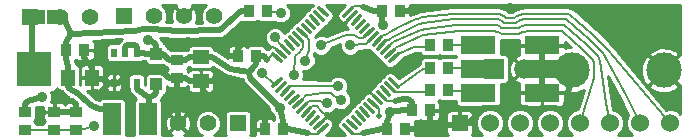
<source format=gtl>
G04 (created by PCBNEW (2013-03-19 BZR 4004)-stable) date 24/05/2013 23:59:16*
%MOIN*%
G04 Gerber Fmt 3.4, Leading zero omitted, Abs format*
%FSLAX34Y34*%
G01*
G70*
G90*
G04 APERTURE LIST*
%ADD10C,0.006*%
%ADD11C,0.0197*%
%ADD12R,0.02X0.03*%
%ADD13R,0.0386X0.045*%
%ADD14R,0.1181X0.1181*%
%ADD15C,0.1181*%
%ADD16R,0.055X0.055*%
%ADD17C,0.06*%
%ADD18R,0.0551X0.0551*%
%ADD19C,0.0551*%
%ADD20C,0.055*%
%ADD21R,0.035X0.04*%
%ADD22R,0.04X0.035*%
%ADD23C,0.0118*%
%ADD24R,0.1181X0.063*%
%ADD25R,0.066X0.066*%
%ADD26C,0.066*%
%ADD27R,0.06X0.105*%
%ADD28R,0.0394X0.0394*%
%ADD29R,0.045X0.055*%
%ADD30R,0.055X0.045*%
%ADD31C,0.0354331*%
%ADD32C,0.019685*%
%ADD33C,0.00787402*%
%ADD34C,0.01*%
G04 APERTURE END LIST*
G54D10*
G54D11*
X49606Y-41299D03*
G54D12*
X41516Y-39185D03*
X40766Y-39185D03*
X41516Y-40185D03*
X41141Y-39185D03*
X40766Y-40185D03*
G54D13*
X38271Y-37992D03*
X38735Y-37992D03*
G54D14*
X38110Y-39724D03*
G54D15*
X56023Y-39763D03*
X59094Y-39763D03*
G54D16*
X52287Y-41535D03*
G54D17*
X53287Y-41535D03*
X54287Y-41535D03*
X55287Y-41535D03*
X56287Y-41535D03*
X57287Y-41535D03*
X58287Y-41535D03*
X59287Y-41535D03*
G54D18*
X41098Y-37952D03*
G54D19*
X42098Y-37952D03*
X43098Y-37952D03*
X44098Y-37952D03*
G54D16*
X44897Y-41535D03*
G54D20*
X43897Y-41535D03*
X42897Y-41535D03*
G54D16*
X37976Y-37992D03*
G54D20*
X38976Y-37992D03*
X39976Y-37992D03*
G54D21*
X51314Y-39685D03*
X51914Y-39685D03*
X45251Y-37795D03*
X45851Y-37795D03*
X51314Y-38937D03*
X51914Y-38937D03*
X51314Y-40433D03*
X51914Y-40433D03*
G54D22*
X37795Y-41156D03*
X37795Y-41756D03*
X39488Y-41756D03*
X39488Y-41156D03*
G54D10*
G36*
X48775Y-41837D02*
X48691Y-41921D01*
X48358Y-41587D01*
X48441Y-41503D01*
X48775Y-41837D01*
X48775Y-41837D01*
G37*
G54D23*
X48830Y-41699D02*
X48580Y-41448D01*
X48969Y-41559D02*
X48719Y-41309D01*
X49109Y-41420D02*
X48858Y-41170D01*
X49248Y-41281D02*
X48998Y-41030D01*
X49387Y-41141D02*
X49137Y-40891D01*
X49527Y-41002D02*
X49276Y-40752D01*
X49666Y-40863D02*
X49416Y-40613D01*
X49804Y-40724D02*
X49554Y-40474D01*
X49944Y-40585D02*
X49693Y-40335D01*
X50083Y-40446D02*
X49833Y-40195D01*
X50223Y-40307D02*
X49973Y-40057D01*
X50222Y-39220D02*
X49971Y-39470D01*
X50083Y-39081D02*
X49833Y-39331D01*
X49944Y-38942D02*
X49693Y-39192D01*
X49804Y-38802D02*
X49554Y-39053D01*
X49665Y-38663D02*
X49415Y-38913D01*
X49526Y-38524D02*
X49276Y-38774D01*
X49387Y-38384D02*
X49136Y-38635D01*
X49248Y-38246D02*
X48998Y-38496D01*
X49109Y-38107D02*
X48858Y-38357D01*
X48969Y-37967D02*
X48719Y-38218D01*
X48831Y-37829D02*
X48580Y-38079D01*
X48691Y-37689D02*
X48441Y-37940D01*
X47856Y-37939D02*
X47606Y-37689D01*
X47717Y-38078D02*
X47467Y-37828D01*
X47578Y-38218D02*
X47327Y-37967D01*
X47438Y-38357D02*
X47188Y-38107D01*
X47299Y-38496D02*
X47049Y-38246D01*
X47160Y-38635D02*
X46910Y-38385D01*
X47021Y-38775D02*
X46770Y-38524D01*
X46882Y-38913D02*
X46632Y-38663D01*
X46743Y-39053D02*
X46492Y-38802D01*
X46603Y-39192D02*
X46353Y-38942D01*
X46464Y-39331D02*
X46214Y-39081D01*
X46325Y-39471D02*
X46074Y-39220D01*
X46325Y-40055D02*
X46075Y-40306D01*
X46465Y-40195D02*
X46214Y-40445D01*
X46604Y-40334D02*
X46354Y-40584D01*
X46743Y-40473D02*
X46493Y-40724D01*
X46883Y-40613D02*
X46632Y-40863D01*
X47022Y-40752D02*
X46772Y-41002D01*
X47161Y-40890D02*
X46910Y-41141D01*
X47300Y-41030D02*
X47050Y-41280D01*
X47439Y-41169D02*
X47189Y-41419D01*
X47578Y-41308D02*
X47328Y-41559D01*
X47718Y-41448D02*
X47467Y-41698D01*
X47857Y-41587D02*
X47607Y-41837D01*
G54D24*
X55039Y-38937D03*
X55039Y-39724D03*
X55039Y-40511D03*
X52913Y-38937D03*
X52913Y-39724D03*
X52913Y-40511D03*
G54D25*
X53437Y-39724D03*
G54D26*
X54437Y-39724D03*
G54D27*
X41899Y-41377D03*
X40699Y-41377D03*
G54D28*
X42165Y-39212D03*
X42165Y-40236D03*
G54D29*
X39237Y-40008D03*
X40037Y-40008D03*
G54D30*
X43661Y-39324D03*
X43661Y-40124D03*
G54D21*
X39176Y-39095D03*
X39776Y-39095D03*
G54D22*
X42874Y-39424D03*
X42874Y-40024D03*
G54D21*
X49700Y-37795D03*
X50300Y-37795D03*
X45496Y-39291D03*
X44896Y-39291D03*
X46402Y-41732D03*
X45802Y-41732D03*
X49857Y-41732D03*
X50457Y-41732D03*
X50684Y-41102D03*
X51284Y-41102D03*
G54D22*
X38779Y-41756D03*
X38779Y-41156D03*
G54D31*
X49720Y-38263D03*
X49968Y-41141D03*
X38350Y-40657D03*
X41893Y-38759D03*
X46283Y-41007D03*
X47874Y-40866D03*
X48330Y-40751D03*
X48236Y-40291D03*
X46759Y-39921D03*
X45708Y-39858D03*
X46129Y-38669D03*
X47137Y-39440D03*
X48271Y-38244D03*
X50748Y-37720D03*
X39149Y-40751D03*
X40181Y-40566D03*
X44212Y-40011D03*
X44035Y-38826D03*
X49688Y-39838D03*
X49133Y-40397D03*
X46881Y-37937D03*
X45822Y-41236D03*
X48145Y-41795D03*
X43248Y-38838D03*
X48897Y-39610D03*
X48460Y-39425D03*
X41141Y-39925D03*
X42877Y-40547D03*
X50897Y-39314D03*
X51374Y-41594D03*
X45653Y-38767D03*
X57236Y-38053D03*
X58503Y-38351D03*
X53976Y-37700D03*
X57484Y-40732D03*
X48641Y-38929D03*
X46322Y-37870D03*
X47669Y-38937D03*
X40098Y-41633D03*
G54D32*
X42066Y-39212D02*
X42165Y-39212D01*
X41968Y-39212D02*
X42066Y-39212D01*
X41886Y-39212D02*
X41968Y-39212D01*
X41678Y-39185D02*
X41886Y-39212D01*
X41616Y-39185D02*
X41678Y-39185D01*
X41518Y-39185D02*
X41616Y-39185D01*
X41516Y-39185D02*
X41518Y-39185D01*
X41516Y-39133D02*
X41516Y-39185D01*
X41516Y-39035D02*
X41516Y-39133D01*
X41516Y-38993D02*
X41516Y-39035D01*
X41458Y-38935D02*
X41516Y-38993D01*
X41283Y-38935D02*
X41458Y-38935D01*
X41200Y-38935D02*
X41283Y-38935D01*
X41141Y-38993D02*
X41200Y-38935D01*
X41141Y-39035D02*
X41141Y-38993D01*
X41141Y-39133D02*
X41141Y-39035D01*
X41141Y-39185D02*
X41141Y-39133D01*
X37912Y-40781D02*
X38350Y-40657D01*
X37795Y-40898D02*
X37912Y-40781D01*
X37795Y-40981D02*
X37795Y-40898D01*
X37795Y-41080D02*
X37795Y-40981D01*
X37795Y-41156D02*
X37795Y-41080D01*
X43484Y-39332D02*
X43661Y-39324D01*
X43386Y-39332D02*
X43484Y-39332D01*
X43296Y-39332D02*
X43386Y-39332D01*
X43146Y-39424D02*
X43296Y-39332D01*
X43074Y-39424D02*
X43146Y-39424D01*
X42975Y-39424D02*
X43074Y-39424D01*
X42874Y-39424D02*
X42975Y-39424D01*
X49442Y-37795D02*
X49059Y-37669D01*
X49525Y-37795D02*
X49442Y-37795D01*
X49623Y-37795D02*
X49525Y-37795D01*
X49700Y-37795D02*
X49623Y-37795D01*
X45754Y-39291D02*
X45874Y-39409D01*
X45671Y-39291D02*
X45754Y-39291D01*
X45573Y-39291D02*
X45671Y-39291D01*
X45496Y-39291D02*
X45573Y-39291D01*
X46402Y-41459D02*
X46283Y-41007D01*
X46402Y-41532D02*
X46402Y-41459D01*
X46402Y-41630D02*
X46402Y-41532D01*
X46402Y-41732D02*
X46402Y-41630D01*
X46577Y-41732D02*
X47240Y-41858D01*
X46478Y-41732D02*
X46577Y-41732D01*
X46402Y-41732D02*
X46478Y-41732D01*
X50400Y-40735D02*
X50137Y-40783D01*
X50436Y-40727D02*
X50400Y-40735D01*
X50581Y-40727D02*
X50436Y-40727D01*
X50684Y-40829D02*
X50581Y-40727D01*
X50684Y-40902D02*
X50684Y-40829D01*
X50684Y-41000D02*
X50684Y-40902D01*
X50684Y-41102D02*
X50684Y-41000D01*
G54D33*
X48912Y-41896D02*
X49055Y-41862D01*
X48799Y-41896D02*
X48912Y-41896D01*
X48750Y-41896D02*
X48799Y-41896D01*
X48733Y-41879D02*
X48750Y-41896D01*
X48705Y-41851D02*
X48733Y-41879D01*
X48566Y-41712D02*
X48705Y-41851D01*
X49862Y-40782D02*
X50137Y-40783D01*
X49804Y-40724D02*
X49862Y-40782D01*
X49679Y-40599D02*
X49804Y-40724D01*
X48912Y-37632D02*
X49059Y-37669D01*
X48749Y-37632D02*
X48912Y-37632D01*
X48691Y-37689D02*
X48749Y-37632D01*
X48566Y-37815D02*
X48691Y-37689D01*
X46074Y-39220D02*
X45874Y-39409D01*
X46200Y-39345D02*
X46074Y-39220D01*
X47386Y-41895D02*
X47240Y-41858D01*
X47549Y-41895D02*
X47386Y-41895D01*
X47607Y-41837D02*
X47549Y-41895D01*
X47732Y-41712D02*
X47607Y-41837D01*
G54D32*
X42772Y-39424D02*
X42874Y-39424D01*
X42674Y-39424D02*
X42772Y-39424D01*
X42604Y-39416D02*
X42674Y-39424D01*
X42431Y-39242D02*
X42604Y-39416D01*
X42362Y-39212D02*
X42431Y-39242D01*
X42263Y-39212D02*
X42362Y-39212D01*
X42165Y-39212D02*
X42263Y-39212D01*
X44632Y-39707D02*
X45275Y-39814D01*
X44026Y-39332D02*
X44632Y-39707D01*
X43936Y-39332D02*
X44026Y-39332D01*
X43837Y-39332D02*
X43936Y-39332D01*
X43661Y-39324D02*
X43837Y-39332D01*
X45314Y-40021D02*
X45275Y-39814D01*
X46283Y-41007D02*
X45314Y-40021D01*
X42165Y-39113D02*
X42165Y-39212D01*
X42165Y-39015D02*
X42165Y-39113D01*
X42165Y-38933D02*
X42165Y-39015D01*
X42049Y-38818D02*
X42165Y-38933D01*
X41893Y-38759D02*
X42049Y-38818D01*
X49857Y-41630D02*
X49857Y-41732D01*
X49857Y-41532D02*
X49857Y-41630D01*
X49857Y-41459D02*
X49857Y-41532D01*
X49888Y-41416D02*
X49857Y-41459D01*
X49968Y-41141D02*
X49888Y-41416D01*
X50607Y-41102D02*
X50684Y-41102D01*
X50509Y-41102D02*
X50607Y-41102D01*
X50426Y-41102D02*
X50509Y-41102D01*
X49968Y-41141D02*
X50426Y-41102D01*
X49700Y-37896D02*
X49700Y-37795D01*
X49700Y-37995D02*
X49700Y-37896D01*
X49700Y-38067D02*
X49700Y-37995D01*
X49720Y-38263D02*
X49700Y-38067D01*
X49780Y-41732D02*
X49857Y-41732D01*
X49682Y-41732D02*
X49780Y-41732D01*
X49055Y-41862D02*
X49682Y-41732D01*
X45496Y-39392D02*
X45496Y-39291D01*
X45496Y-39491D02*
X45496Y-39392D01*
X45496Y-39563D02*
X45496Y-39491D01*
X45353Y-39711D02*
X45496Y-39563D01*
X45275Y-39814D02*
X45353Y-39711D01*
X38928Y-37992D02*
X38976Y-37992D01*
X38830Y-37992D02*
X38928Y-37992D01*
X38735Y-37992D02*
X38830Y-37992D01*
X39145Y-38127D02*
X39346Y-38559D01*
X39018Y-38000D02*
X39145Y-38127D01*
X38976Y-37992D02*
X39018Y-38000D01*
X41463Y-38444D02*
X39346Y-38559D01*
X41746Y-38405D02*
X41463Y-38444D01*
X42040Y-38405D02*
X41746Y-38405D01*
X42894Y-38444D02*
X42040Y-38405D01*
X43302Y-38444D02*
X42894Y-38444D01*
X43874Y-38438D02*
X43302Y-38444D01*
X44299Y-38438D02*
X43874Y-38438D01*
X44993Y-37795D02*
X44299Y-38438D01*
X45076Y-37795D02*
X44993Y-37795D01*
X45174Y-37795D02*
X45076Y-37795D01*
X45251Y-37795D02*
X45174Y-37795D01*
X39229Y-39832D02*
X39237Y-40008D01*
X39229Y-39733D02*
X39229Y-39832D01*
X39229Y-39644D02*
X39229Y-39733D01*
X39176Y-39368D02*
X39229Y-39644D01*
X39176Y-39295D02*
X39176Y-39368D01*
X39176Y-39197D02*
X39176Y-39295D01*
X39176Y-39095D02*
X39176Y-39197D01*
X40497Y-41069D02*
X40699Y-41377D01*
X40399Y-41069D02*
X40497Y-41069D01*
X40309Y-41069D02*
X40399Y-41069D01*
X40017Y-40960D02*
X40309Y-41069D01*
X39494Y-40483D02*
X40017Y-40960D01*
X39494Y-40483D02*
X39494Y-40483D01*
X39384Y-40471D02*
X39494Y-40483D01*
X39275Y-40361D02*
X39384Y-40471D01*
X39246Y-40283D02*
X39275Y-40361D01*
X39246Y-40185D02*
X39246Y-40283D01*
X39237Y-40008D02*
X39246Y-40185D01*
X39176Y-38994D02*
X39176Y-39095D01*
X39176Y-38895D02*
X39176Y-38994D01*
X39176Y-38823D02*
X39176Y-38895D01*
X39346Y-38559D02*
X39176Y-38823D01*
G54D33*
X47602Y-40775D02*
X47874Y-40866D01*
X47276Y-40775D02*
X47602Y-40775D01*
X47161Y-40890D02*
X47276Y-40775D01*
X47035Y-41016D02*
X47161Y-40890D01*
X48098Y-40622D02*
X48330Y-40751D01*
X48011Y-40534D02*
X48098Y-40622D01*
X47736Y-40534D02*
X48011Y-40534D01*
X47215Y-40579D02*
X47736Y-40534D01*
X47180Y-40593D02*
X47215Y-40579D01*
X47022Y-40752D02*
X47180Y-40593D01*
X46897Y-40877D02*
X47022Y-40752D01*
X46825Y-40276D02*
X48236Y-40291D01*
X46662Y-40276D02*
X46825Y-40276D01*
X46604Y-40334D02*
X46662Y-40276D01*
X46479Y-40459D02*
X46604Y-40334D01*
X56771Y-40019D02*
X56287Y-41535D01*
X56771Y-39508D02*
X56771Y-40019D01*
X56733Y-39415D02*
X56771Y-39508D01*
X56371Y-39054D02*
X56733Y-39415D01*
X55695Y-38464D02*
X56371Y-39054D01*
X54730Y-38464D02*
X55695Y-38464D01*
X54600Y-38464D02*
X54730Y-38464D01*
X54391Y-38484D02*
X54600Y-38464D01*
X54381Y-38494D02*
X54391Y-38484D01*
X54251Y-38548D02*
X54381Y-38494D01*
X53700Y-38548D02*
X54251Y-38548D01*
X53571Y-38494D02*
X53700Y-38548D01*
X53561Y-38484D02*
X53571Y-38494D01*
X53411Y-38464D02*
X53561Y-38484D01*
X52388Y-38464D02*
X53411Y-38464D01*
X52257Y-38464D02*
X52388Y-38464D01*
X51079Y-38592D02*
X52257Y-38464D01*
X50140Y-39024D02*
X51079Y-38592D01*
X50083Y-39081D02*
X50140Y-39024D01*
X49958Y-39206D02*
X50083Y-39081D01*
X57149Y-40870D02*
X57287Y-41535D01*
X56968Y-39469D02*
X57149Y-40870D01*
X56900Y-39304D02*
X56968Y-39469D01*
X56483Y-38887D02*
X56900Y-39304D01*
X55776Y-38267D02*
X56483Y-38887D01*
X54812Y-38267D02*
X55776Y-38267D01*
X54518Y-38267D02*
X54812Y-38267D01*
X54318Y-38306D02*
X54518Y-38267D01*
X54280Y-38344D02*
X54318Y-38306D01*
X54216Y-38370D02*
X54280Y-38344D01*
X53736Y-38370D02*
X54216Y-38370D01*
X53672Y-38344D02*
X53736Y-38370D01*
X53634Y-38306D02*
X53672Y-38344D01*
X53493Y-38267D02*
X53634Y-38306D01*
X52469Y-38267D02*
X53493Y-38267D01*
X52176Y-38267D02*
X52469Y-38267D01*
X51149Y-38382D02*
X52176Y-38267D01*
X51003Y-38409D02*
X51149Y-38382D01*
X50062Y-38835D02*
X51003Y-38409D01*
X50010Y-38886D02*
X50062Y-38835D01*
X49944Y-38942D02*
X50010Y-38886D01*
X49819Y-39067D02*
X49944Y-38942D01*
X57818Y-40593D02*
X58287Y-41535D01*
X57067Y-39192D02*
X57818Y-40593D01*
X56594Y-38720D02*
X57067Y-39192D01*
X55866Y-38079D02*
X56594Y-38720D01*
X55846Y-38071D02*
X55866Y-38079D01*
X54881Y-38071D02*
X55846Y-38071D01*
X54448Y-38071D02*
X54881Y-38071D01*
X54244Y-38129D02*
X54448Y-38071D01*
X54180Y-38193D02*
X54244Y-38129D01*
X53772Y-38193D02*
X54180Y-38193D01*
X53708Y-38129D02*
X53772Y-38193D01*
X53562Y-38071D02*
X53708Y-38129D01*
X52539Y-38071D02*
X53562Y-38071D01*
X52106Y-38071D02*
X52539Y-38071D01*
X51080Y-38185D02*
X52106Y-38071D01*
X50955Y-38225D02*
X51080Y-38185D01*
X50930Y-38225D02*
X50955Y-38225D01*
X50924Y-38227D02*
X50930Y-38225D01*
X49983Y-38674D02*
X50924Y-38227D01*
X49917Y-38740D02*
X49983Y-38674D01*
X49864Y-38748D02*
X49917Y-38740D01*
X49804Y-38802D02*
X49864Y-38748D01*
X49679Y-38927D02*
X49804Y-38802D01*
X57234Y-39081D02*
X59287Y-41535D01*
X56706Y-38553D02*
X57234Y-39081D01*
X55978Y-37912D02*
X56706Y-38553D01*
X55885Y-37874D02*
X55978Y-37912D01*
X54921Y-37874D02*
X55885Y-37874D01*
X54409Y-37874D02*
X54921Y-37874D01*
X54208Y-37951D02*
X54409Y-37874D01*
X54144Y-37978D02*
X54208Y-37951D01*
X54106Y-38016D02*
X54144Y-37978D01*
X53845Y-38016D02*
X54106Y-38016D01*
X53808Y-37978D02*
X53845Y-38016D01*
X53694Y-37912D02*
X53808Y-37978D01*
X53602Y-37874D02*
X53694Y-37912D01*
X52578Y-37874D02*
X53602Y-37874D01*
X52067Y-37874D02*
X52578Y-37874D01*
X51041Y-37988D02*
X52067Y-37874D01*
X50894Y-38041D02*
X51041Y-37988D01*
X50820Y-38072D02*
X50894Y-38041D01*
X50337Y-38288D02*
X50820Y-38072D01*
X49887Y-38530D02*
X50337Y-38288D01*
X49860Y-38558D02*
X49887Y-38530D01*
X49847Y-38570D02*
X49860Y-38558D01*
X49792Y-38575D02*
X49847Y-38570D01*
X49723Y-38605D02*
X49792Y-38575D01*
X49665Y-38663D02*
X49723Y-38605D01*
X49540Y-38788D02*
X49665Y-38663D01*
G54D32*
X38152Y-37992D02*
X37976Y-37992D01*
X38251Y-37992D02*
X38152Y-37992D01*
X38078Y-37992D02*
X38251Y-37992D01*
X38177Y-37992D02*
X38078Y-37992D01*
X38271Y-37992D02*
X38177Y-37992D01*
X38034Y-38168D02*
X37976Y-37992D01*
X38034Y-38267D02*
X38034Y-38168D01*
X38034Y-39133D02*
X38034Y-38267D01*
X38034Y-39232D02*
X38034Y-39133D01*
X38110Y-39724D02*
X38034Y-39232D01*
X38177Y-37992D02*
X38271Y-37992D01*
X38078Y-37992D02*
X38177Y-37992D01*
X37976Y-37992D02*
X38078Y-37992D01*
X38251Y-37992D02*
X38271Y-37992D01*
X38152Y-37992D02*
X38251Y-37992D01*
X37976Y-37992D02*
X38152Y-37992D01*
X41937Y-40852D02*
X41937Y-40641D01*
X41937Y-40951D02*
X41937Y-40852D01*
X41899Y-41377D02*
X41937Y-40951D01*
X42165Y-40335D02*
X42165Y-40236D01*
X42165Y-40433D02*
X42165Y-40335D01*
X42165Y-40515D02*
X42165Y-40433D01*
X42049Y-40630D02*
X42165Y-40515D01*
X41937Y-40641D02*
X42049Y-40630D01*
X41516Y-40236D02*
X41516Y-40185D01*
X41516Y-40335D02*
X41516Y-40236D01*
X41516Y-40376D02*
X41516Y-40335D01*
X41575Y-40435D02*
X41516Y-40376D01*
X41882Y-40641D02*
X41575Y-40435D01*
X41937Y-40641D02*
X41882Y-40641D01*
G54D33*
X47021Y-38775D02*
X46895Y-38650D01*
X47078Y-38832D02*
X47021Y-38775D01*
X47078Y-38995D02*
X47078Y-38832D01*
X46959Y-39142D02*
X47078Y-38995D01*
X46803Y-39302D02*
X46959Y-39142D01*
X46759Y-39921D02*
X46803Y-39302D01*
X46116Y-40265D02*
X46200Y-40180D01*
X45708Y-39858D02*
X46116Y-40265D01*
X46295Y-38884D02*
X46129Y-38669D01*
X46353Y-38942D02*
X46295Y-38884D01*
X46478Y-39067D02*
X46353Y-38942D01*
X47160Y-38635D02*
X47035Y-38510D01*
X47275Y-38751D02*
X47160Y-38635D01*
X47275Y-39076D02*
X47275Y-38751D01*
X47137Y-39440D02*
X47275Y-39076D01*
G54D32*
X55846Y-40916D02*
X56023Y-39763D01*
X55719Y-41042D02*
X55846Y-40916D01*
X55540Y-41042D02*
X55719Y-41042D01*
X55494Y-41030D02*
X55540Y-41042D01*
X55080Y-41030D02*
X55494Y-41030D01*
X54877Y-41042D02*
X55080Y-41030D01*
X54697Y-41042D02*
X54877Y-41042D01*
X54575Y-41042D02*
X54697Y-41042D01*
X54494Y-41030D02*
X54575Y-41042D01*
X53494Y-41030D02*
X54494Y-41030D01*
X53080Y-41030D02*
X53494Y-41030D01*
X53077Y-41032D02*
X53080Y-41030D01*
X52784Y-41325D02*
X53077Y-41032D01*
X52782Y-41328D02*
X52784Y-41325D01*
X52774Y-41348D02*
X52782Y-41328D01*
X52650Y-41472D02*
X52774Y-41348D01*
X52562Y-41477D02*
X52650Y-41472D01*
X52463Y-41477D02*
X52562Y-41477D01*
X52287Y-41535D02*
X52463Y-41477D01*
X39256Y-40781D02*
X39149Y-40751D01*
X39370Y-40781D02*
X39256Y-40781D01*
X39488Y-40898D02*
X39370Y-40781D01*
X39488Y-40981D02*
X39488Y-40898D01*
X39488Y-41080D02*
X39488Y-40981D01*
X39488Y-41156D02*
X39488Y-41080D01*
X40029Y-39832D02*
X40037Y-40008D01*
X40029Y-39733D02*
X40029Y-39832D01*
X40029Y-39644D02*
X40029Y-39733D01*
X39776Y-39368D02*
X40029Y-39644D01*
X39776Y-39295D02*
X39776Y-39368D01*
X39776Y-39197D02*
X39776Y-39295D01*
X39776Y-39095D02*
X39776Y-39197D01*
X41327Y-39818D02*
X41141Y-39925D01*
X41506Y-39818D02*
X41327Y-39818D01*
X41706Y-39818D02*
X41506Y-39818D01*
X42255Y-39822D02*
X41706Y-39818D01*
X42435Y-39862D02*
X42255Y-39822D01*
X42601Y-40024D02*
X42435Y-39862D01*
X42674Y-40024D02*
X42601Y-40024D01*
X42772Y-40024D02*
X42674Y-40024D01*
X42874Y-40024D02*
X42772Y-40024D01*
X42874Y-40282D02*
X42877Y-40547D01*
X42874Y-40199D02*
X42874Y-40282D01*
X42874Y-40100D02*
X42874Y-40199D01*
X42874Y-40024D02*
X42874Y-40100D01*
X43484Y-40115D02*
X43661Y-40124D01*
X43386Y-40115D02*
X43484Y-40115D01*
X43296Y-40115D02*
X43386Y-40115D01*
X43146Y-40024D02*
X43296Y-40115D01*
X43074Y-40024D02*
X43146Y-40024D01*
X42975Y-40024D02*
X43074Y-40024D01*
X42874Y-40024D02*
X42975Y-40024D01*
X45802Y-41459D02*
X45822Y-41236D01*
X45802Y-41532D02*
X45802Y-41459D01*
X45802Y-41630D02*
X45802Y-41532D01*
X45802Y-41732D02*
X45802Y-41630D01*
X50715Y-41732D02*
X51374Y-41594D01*
X50632Y-41732D02*
X50715Y-41732D01*
X50534Y-41732D02*
X50632Y-41732D01*
X50457Y-41732D02*
X50534Y-41732D01*
X39386Y-41156D02*
X39488Y-41156D01*
X39288Y-41156D02*
X39386Y-41156D01*
X38979Y-41156D02*
X39288Y-41156D01*
X38881Y-41156D02*
X38979Y-41156D01*
X38779Y-41156D02*
X38881Y-41156D01*
G54D33*
X48523Y-38137D02*
X48271Y-38244D01*
X48580Y-38079D02*
X48523Y-38137D01*
X48706Y-37954D02*
X48580Y-38079D01*
X45991Y-39003D02*
X45653Y-38767D01*
X46156Y-39023D02*
X45991Y-39003D01*
X46214Y-39081D02*
X46156Y-39023D01*
X46339Y-39206D02*
X46214Y-39081D01*
X47741Y-41186D02*
X47877Y-41244D01*
X47662Y-41107D02*
X47741Y-41186D01*
X47521Y-40972D02*
X47662Y-41107D01*
X47358Y-40972D02*
X47521Y-40972D01*
X47300Y-41030D02*
X47358Y-40972D01*
X47175Y-41155D02*
X47300Y-41030D01*
G54D32*
X55039Y-39507D02*
X55039Y-39724D01*
X55039Y-39409D02*
X55039Y-39507D01*
X55039Y-39252D02*
X55039Y-39409D01*
X55039Y-39153D02*
X55039Y-39252D01*
X55039Y-38937D02*
X55039Y-39153D01*
X54448Y-39724D02*
X54437Y-39724D01*
X54547Y-39724D02*
X54448Y-39724D01*
X55039Y-39724D02*
X54547Y-39724D01*
X55039Y-40294D02*
X55039Y-40511D01*
X55039Y-40196D02*
X55039Y-40294D01*
X55039Y-40039D02*
X55039Y-40196D01*
X55039Y-39940D02*
X55039Y-40039D01*
X55039Y-39724D02*
X55039Y-39940D01*
X55629Y-39763D02*
X56023Y-39763D01*
X55531Y-39763D02*
X55629Y-39763D01*
X55039Y-39724D02*
X55531Y-39763D01*
X40765Y-40185D02*
X40766Y-40185D01*
X40666Y-40185D02*
X40765Y-40185D01*
X40604Y-40185D02*
X40666Y-40185D01*
X40352Y-40067D02*
X40604Y-40185D01*
X40262Y-40067D02*
X40352Y-40067D01*
X40164Y-40067D02*
X40262Y-40067D01*
X40037Y-40008D02*
X40164Y-40067D01*
X44026Y-40115D02*
X44212Y-40011D01*
X43936Y-40115D02*
X44026Y-40115D01*
X43837Y-40115D02*
X43936Y-40115D01*
X43661Y-40124D02*
X43837Y-40115D01*
X44896Y-39189D02*
X44896Y-39291D01*
X44896Y-39091D02*
X44896Y-39189D01*
X44896Y-39018D02*
X44896Y-39091D01*
X44999Y-38916D02*
X44896Y-39018D01*
X45653Y-38767D02*
X44999Y-38916D01*
X46485Y-38263D02*
X46881Y-37937D01*
X45966Y-38275D02*
X46485Y-38263D01*
X45736Y-38506D02*
X45966Y-38275D01*
X45653Y-38767D02*
X45736Y-38506D01*
X51284Y-41203D02*
X51284Y-41102D01*
X51284Y-41302D02*
X51284Y-41203D01*
X51284Y-41374D02*
X51284Y-41302D01*
X51374Y-41594D02*
X51284Y-41374D01*
X52110Y-41593D02*
X52287Y-41535D01*
X52012Y-41593D02*
X52110Y-41593D01*
X51922Y-41593D02*
X52012Y-41593D01*
X51374Y-41594D02*
X51922Y-41593D01*
X42877Y-40547D02*
X42897Y-41535D01*
X40768Y-40185D02*
X40766Y-40185D01*
X40866Y-40185D02*
X40768Y-40185D01*
X40928Y-40185D02*
X40866Y-40185D01*
X41016Y-40097D02*
X40928Y-40185D01*
X41141Y-39925D02*
X41016Y-40097D01*
X43248Y-38838D02*
X44035Y-38826D01*
X48133Y-41473D02*
X48122Y-41366D01*
X48145Y-41795D02*
X48133Y-41473D01*
X43719Y-40250D02*
X43661Y-40124D01*
X43719Y-40349D02*
X43719Y-40250D01*
X43719Y-40439D02*
X43719Y-40349D01*
X43846Y-40565D02*
X43719Y-40439D01*
X45262Y-41043D02*
X43846Y-40565D01*
X45822Y-41236D02*
X45262Y-41043D01*
X49133Y-40397D02*
X48897Y-39610D01*
X49133Y-40397D02*
X49688Y-39838D01*
G54D33*
X49416Y-40612D02*
X49541Y-40738D01*
X49358Y-40555D02*
X49416Y-40612D01*
X49133Y-40397D02*
X49358Y-40555D01*
G54D32*
X48493Y-41145D02*
X48122Y-41366D01*
X48724Y-40915D02*
X48493Y-41145D01*
X49133Y-40397D02*
X48724Y-40915D01*
X44820Y-39291D02*
X44896Y-39291D01*
X44721Y-39291D02*
X44820Y-39291D01*
X44639Y-39291D02*
X44721Y-39291D01*
X44035Y-38826D02*
X44639Y-39291D01*
X40765Y-40185D02*
X40766Y-40185D01*
X40666Y-40185D02*
X40765Y-40185D01*
X40604Y-40185D02*
X40666Y-40185D01*
X40516Y-40272D02*
X40604Y-40185D01*
X40464Y-40367D02*
X40516Y-40272D01*
X40346Y-40485D02*
X40464Y-40367D01*
X40181Y-40566D02*
X40346Y-40485D01*
X50376Y-37795D02*
X50300Y-37795D01*
X50475Y-37795D02*
X50376Y-37795D01*
X50557Y-37795D02*
X50475Y-37795D01*
X50748Y-37720D02*
X50557Y-37795D01*
G54D33*
X47718Y-41448D02*
X47593Y-41573D01*
X47775Y-41390D02*
X47718Y-41448D01*
X47877Y-41244D02*
X47775Y-41390D01*
G54D32*
X48122Y-41366D02*
X47877Y-41244D01*
G54D33*
X51178Y-38979D02*
X51314Y-38937D01*
X51139Y-38979D02*
X51178Y-38979D01*
X51073Y-38979D02*
X51139Y-38979D01*
X50759Y-38980D02*
X51073Y-38979D01*
X50222Y-39220D02*
X50759Y-38980D01*
X50096Y-39345D02*
X50222Y-39220D01*
X51178Y-39727D02*
X51314Y-39685D01*
X51139Y-39727D02*
X51178Y-39727D01*
X51073Y-39727D02*
X51139Y-39727D01*
X50223Y-40307D02*
X51073Y-39727D01*
X50098Y-40182D02*
X50223Y-40307D01*
X51178Y-40474D02*
X51314Y-40433D01*
X51139Y-40474D02*
X51178Y-40474D01*
X50331Y-40474D02*
X51139Y-40474D01*
X50304Y-40501D02*
X50331Y-40474D01*
X50143Y-40501D02*
X50304Y-40501D01*
X50083Y-40446D02*
X50143Y-40501D01*
X49958Y-40320D02*
X50083Y-40446D01*
X52362Y-39704D02*
X52913Y-39724D01*
X52322Y-39704D02*
X52362Y-39704D01*
X52089Y-39704D02*
X52322Y-39704D01*
X52049Y-39704D02*
X52089Y-39704D01*
X51914Y-39685D02*
X52049Y-39704D01*
X52362Y-38937D02*
X52913Y-38937D01*
X52322Y-38937D02*
X52362Y-38937D01*
X52089Y-38937D02*
X52322Y-38937D01*
X52049Y-38937D02*
X52089Y-38937D01*
X51914Y-38937D02*
X52049Y-38937D01*
X49160Y-38889D02*
X48641Y-38929D01*
X49276Y-38774D02*
X49160Y-38889D01*
X49401Y-38649D02*
X49276Y-38774D01*
X45986Y-37837D02*
X45851Y-37795D01*
X46026Y-37837D02*
X45986Y-37837D01*
X46091Y-37837D02*
X46026Y-37837D01*
X46322Y-37870D02*
X46091Y-37837D01*
X49584Y-41060D02*
X49606Y-41299D01*
X49527Y-41002D02*
X49584Y-41060D01*
X49401Y-40877D02*
X49527Y-41002D01*
X38940Y-41756D02*
X38779Y-41756D01*
X38979Y-41756D02*
X38940Y-41756D01*
X39288Y-41756D02*
X38979Y-41756D01*
X39327Y-41756D02*
X39288Y-41756D01*
X39488Y-41756D02*
X39327Y-41756D01*
X37955Y-41756D02*
X37795Y-41756D01*
X37995Y-41756D02*
X37955Y-41756D01*
X38579Y-41756D02*
X37995Y-41756D01*
X38618Y-41756D02*
X38579Y-41756D01*
X38779Y-41756D02*
X38618Y-41756D01*
X48503Y-38594D02*
X47669Y-38937D01*
X48780Y-38594D02*
X48503Y-38594D01*
X48916Y-38692D02*
X48780Y-38594D01*
X49079Y-38692D02*
X48916Y-38692D01*
X49136Y-38635D02*
X49079Y-38692D01*
X49261Y-38510D02*
X49136Y-38635D01*
X39648Y-41739D02*
X39488Y-41756D01*
X39688Y-41739D02*
X39648Y-41739D01*
X39753Y-41739D02*
X39688Y-41739D01*
X40098Y-41633D02*
X39753Y-41739D01*
X52362Y-40472D02*
X52913Y-40511D01*
X52322Y-40472D02*
X52362Y-40472D01*
X52089Y-40472D02*
X52322Y-40472D01*
X52049Y-40472D02*
X52089Y-40472D01*
X51914Y-40433D02*
X52049Y-40472D01*
G54D10*
G36*
X39505Y-41165D02*
X39497Y-41165D01*
X39497Y-41173D01*
X39479Y-41173D01*
X39479Y-41165D01*
X39162Y-41165D01*
X39133Y-41193D01*
X39105Y-41165D01*
X38788Y-41165D01*
X38788Y-41173D01*
X38770Y-41173D01*
X38770Y-41165D01*
X38453Y-41165D01*
X38411Y-41207D01*
X38411Y-41364D01*
X38436Y-41426D01*
X38466Y-41456D01*
X38437Y-41486D01*
X38411Y-41548D01*
X38411Y-41549D01*
X38163Y-41549D01*
X38163Y-41548D01*
X38137Y-41486D01*
X38108Y-41456D01*
X38137Y-41427D01*
X38163Y-41365D01*
X38163Y-41298D01*
X38163Y-40987D01*
X38212Y-40973D01*
X38281Y-41002D01*
X38411Y-41002D01*
X38411Y-41105D01*
X38453Y-41147D01*
X38770Y-41147D01*
X38770Y-40855D01*
X38728Y-40813D01*
X38659Y-40813D01*
X38695Y-40726D01*
X38695Y-40589D01*
X38651Y-40483D01*
X38734Y-40483D01*
X38795Y-40457D01*
X38843Y-40410D01*
X38863Y-40362D01*
X38870Y-40378D01*
X38917Y-40426D01*
X38979Y-40451D01*
X39024Y-40451D01*
X39025Y-40454D01*
X39027Y-40458D01*
X39028Y-40463D01*
X39054Y-40501D01*
X39079Y-40542D01*
X39083Y-40545D01*
X39086Y-40549D01*
X39196Y-40659D01*
X39227Y-40680D01*
X39256Y-40704D01*
X39270Y-40709D01*
X39282Y-40717D01*
X39319Y-40724D01*
X39355Y-40736D01*
X39379Y-40738D01*
X39479Y-40829D01*
X39479Y-40855D01*
X39437Y-40813D01*
X39321Y-40813D01*
X39254Y-40813D01*
X39192Y-40839D01*
X39145Y-40886D01*
X39133Y-40914D01*
X39122Y-40886D01*
X39074Y-40839D01*
X39013Y-40813D01*
X38946Y-40813D01*
X38830Y-40813D01*
X38788Y-40855D01*
X38788Y-41147D01*
X39105Y-41147D01*
X39133Y-41119D01*
X39162Y-41147D01*
X39479Y-41147D01*
X39479Y-41139D01*
X39497Y-41139D01*
X39497Y-41147D01*
X39505Y-41147D01*
X39505Y-41165D01*
X39505Y-41165D01*
G37*
G54D34*
X39505Y-41165D02*
X39497Y-41165D01*
X39497Y-41173D01*
X39479Y-41173D01*
X39479Y-41165D01*
X39162Y-41165D01*
X39133Y-41193D01*
X39105Y-41165D01*
X38788Y-41165D01*
X38788Y-41173D01*
X38770Y-41173D01*
X38770Y-41165D01*
X38453Y-41165D01*
X38411Y-41207D01*
X38411Y-41364D01*
X38436Y-41426D01*
X38466Y-41456D01*
X38437Y-41486D01*
X38411Y-41548D01*
X38411Y-41549D01*
X38163Y-41549D01*
X38163Y-41548D01*
X38137Y-41486D01*
X38108Y-41456D01*
X38137Y-41427D01*
X38163Y-41365D01*
X38163Y-41298D01*
X38163Y-40987D01*
X38212Y-40973D01*
X38281Y-41002D01*
X38411Y-41002D01*
X38411Y-41105D01*
X38453Y-41147D01*
X38770Y-41147D01*
X38770Y-40855D01*
X38728Y-40813D01*
X38659Y-40813D01*
X38695Y-40726D01*
X38695Y-40589D01*
X38651Y-40483D01*
X38734Y-40483D01*
X38795Y-40457D01*
X38843Y-40410D01*
X38863Y-40362D01*
X38870Y-40378D01*
X38917Y-40426D01*
X38979Y-40451D01*
X39024Y-40451D01*
X39025Y-40454D01*
X39027Y-40458D01*
X39028Y-40463D01*
X39054Y-40501D01*
X39079Y-40542D01*
X39083Y-40545D01*
X39086Y-40549D01*
X39196Y-40659D01*
X39227Y-40680D01*
X39256Y-40704D01*
X39270Y-40709D01*
X39282Y-40717D01*
X39319Y-40724D01*
X39355Y-40736D01*
X39379Y-40738D01*
X39479Y-40829D01*
X39479Y-40855D01*
X39437Y-40813D01*
X39321Y-40813D01*
X39254Y-40813D01*
X39192Y-40839D01*
X39145Y-40886D01*
X39133Y-40914D01*
X39122Y-40886D01*
X39074Y-40839D01*
X39013Y-40813D01*
X38946Y-40813D01*
X38830Y-40813D01*
X38788Y-40855D01*
X38788Y-41147D01*
X39105Y-41147D01*
X39133Y-41119D01*
X39162Y-41147D01*
X39479Y-41147D01*
X39479Y-41139D01*
X39497Y-41139D01*
X39497Y-41147D01*
X39505Y-41147D01*
X39505Y-41165D01*
G54D10*
G36*
X42561Y-39724D02*
X42531Y-39754D01*
X42505Y-39816D01*
X42505Y-39946D01*
X42504Y-39944D01*
X42457Y-39896D01*
X42395Y-39871D01*
X42329Y-39871D01*
X41935Y-39871D01*
X41873Y-39896D01*
X41825Y-39944D01*
X41800Y-40005D01*
X41800Y-40072D01*
X41800Y-40265D01*
X41784Y-40254D01*
X41784Y-40001D01*
X41759Y-39939D01*
X41712Y-39892D01*
X41650Y-39866D01*
X41583Y-39866D01*
X41383Y-39866D01*
X41321Y-39892D01*
X41274Y-39939D01*
X41248Y-40001D01*
X41248Y-40068D01*
X41248Y-40368D01*
X41250Y-40372D01*
X41250Y-40376D01*
X41270Y-40478D01*
X41328Y-40564D01*
X41386Y-40623D01*
X41408Y-40637D01*
X41426Y-40656D01*
X41505Y-40709D01*
X41504Y-40710D01*
X41456Y-40757D01*
X41431Y-40819D01*
X41431Y-40886D01*
X41431Y-41928D01*
X41167Y-41928D01*
X41167Y-41869D01*
X41167Y-40819D01*
X41141Y-40757D01*
X41094Y-40710D01*
X41034Y-40685D01*
X41034Y-40301D01*
X41034Y-40068D01*
X41034Y-40001D01*
X41009Y-39939D01*
X40961Y-39892D01*
X40900Y-39866D01*
X40817Y-39866D01*
X40775Y-39908D01*
X40775Y-40175D01*
X40992Y-40175D01*
X41034Y-40133D01*
X41034Y-40068D01*
X41034Y-40301D01*
X41034Y-40236D01*
X40992Y-40194D01*
X40775Y-40194D01*
X40775Y-40461D01*
X40817Y-40503D01*
X40900Y-40503D01*
X40961Y-40477D01*
X41009Y-40430D01*
X41034Y-40368D01*
X41034Y-40301D01*
X41034Y-40685D01*
X41032Y-40684D01*
X40965Y-40684D01*
X40757Y-40684D01*
X40757Y-40461D01*
X40757Y-40194D01*
X40757Y-40175D01*
X40757Y-39908D01*
X40715Y-39866D01*
X40633Y-39866D01*
X40571Y-39892D01*
X40524Y-39939D01*
X40498Y-40001D01*
X40498Y-40068D01*
X40498Y-40133D01*
X40540Y-40175D01*
X40757Y-40175D01*
X40757Y-40194D01*
X40540Y-40194D01*
X40498Y-40236D01*
X40498Y-40301D01*
X40498Y-40368D01*
X40524Y-40430D01*
X40571Y-40477D01*
X40633Y-40503D01*
X40715Y-40503D01*
X40757Y-40461D01*
X40757Y-40684D01*
X40430Y-40684D01*
X40430Y-40250D01*
X40430Y-39767D01*
X40430Y-39700D01*
X40405Y-39638D01*
X40357Y-39591D01*
X40295Y-39565D01*
X40119Y-39565D01*
X40119Y-39262D01*
X40119Y-39146D01*
X40077Y-39104D01*
X39785Y-39104D01*
X39785Y-39421D01*
X39827Y-39463D01*
X39984Y-39463D01*
X40046Y-39438D01*
X40093Y-39391D01*
X40119Y-39329D01*
X40119Y-39262D01*
X40119Y-39565D01*
X40088Y-39565D01*
X40046Y-39607D01*
X40046Y-39999D01*
X40388Y-39999D01*
X40430Y-39957D01*
X40430Y-39767D01*
X40430Y-40250D01*
X40430Y-40059D01*
X40388Y-40017D01*
X40046Y-40017D01*
X40046Y-40409D01*
X40088Y-40451D01*
X40295Y-40451D01*
X40357Y-40426D01*
X40405Y-40379D01*
X40430Y-40317D01*
X40430Y-40250D01*
X40430Y-40684D01*
X40365Y-40684D01*
X40304Y-40710D01*
X40256Y-40757D01*
X40253Y-40764D01*
X40160Y-40729D01*
X39855Y-40451D01*
X39986Y-40451D01*
X40028Y-40409D01*
X40028Y-40017D01*
X40028Y-39999D01*
X40028Y-39607D01*
X39986Y-39565D01*
X39779Y-39565D01*
X39717Y-39591D01*
X39670Y-39638D01*
X39644Y-39700D01*
X39644Y-39767D01*
X39644Y-39957D01*
X39686Y-39999D01*
X40028Y-39999D01*
X40028Y-40017D01*
X39686Y-40017D01*
X39644Y-40059D01*
X39644Y-40250D01*
X39644Y-40268D01*
X39630Y-40256D01*
X39630Y-40250D01*
X39630Y-39700D01*
X39605Y-39638D01*
X39558Y-39591D01*
X39496Y-39565D01*
X39485Y-39565D01*
X39458Y-39426D01*
X39476Y-39408D01*
X39505Y-39438D01*
X39567Y-39463D01*
X39724Y-39463D01*
X39767Y-39421D01*
X39767Y-39104D01*
X39759Y-39104D01*
X39759Y-39086D01*
X39767Y-39086D01*
X39767Y-39078D01*
X39785Y-39078D01*
X39785Y-39086D01*
X40077Y-39086D01*
X40119Y-39044D01*
X40119Y-38929D01*
X40119Y-38862D01*
X40093Y-38800D01*
X40079Y-38786D01*
X41029Y-38734D01*
X41011Y-38746D01*
X40953Y-38805D01*
X40909Y-38870D01*
X40900Y-38866D01*
X40833Y-38866D01*
X40633Y-38866D01*
X40571Y-38892D01*
X40524Y-38939D01*
X40498Y-39001D01*
X40498Y-39068D01*
X40498Y-39368D01*
X40524Y-39430D01*
X40571Y-39477D01*
X40633Y-39503D01*
X40700Y-39503D01*
X40900Y-39503D01*
X40954Y-39480D01*
X41008Y-39503D01*
X41075Y-39503D01*
X41275Y-39503D01*
X41329Y-39480D01*
X41383Y-39503D01*
X41450Y-39503D01*
X41650Y-39503D01*
X41711Y-39477D01*
X41729Y-39460D01*
X41812Y-39471D01*
X41825Y-39504D01*
X41873Y-39551D01*
X41934Y-39577D01*
X42001Y-39577D01*
X42389Y-39577D01*
X42416Y-39604D01*
X42446Y-39624D01*
X42474Y-39648D01*
X42489Y-39653D01*
X42502Y-39662D01*
X42519Y-39665D01*
X42531Y-39694D01*
X42561Y-39724D01*
X42561Y-39724D01*
G37*
G54D34*
X42561Y-39724D02*
X42531Y-39754D01*
X42505Y-39816D01*
X42505Y-39946D01*
X42504Y-39944D01*
X42457Y-39896D01*
X42395Y-39871D01*
X42329Y-39871D01*
X41935Y-39871D01*
X41873Y-39896D01*
X41825Y-39944D01*
X41800Y-40005D01*
X41800Y-40072D01*
X41800Y-40265D01*
X41784Y-40254D01*
X41784Y-40001D01*
X41759Y-39939D01*
X41712Y-39892D01*
X41650Y-39866D01*
X41583Y-39866D01*
X41383Y-39866D01*
X41321Y-39892D01*
X41274Y-39939D01*
X41248Y-40001D01*
X41248Y-40068D01*
X41248Y-40368D01*
X41250Y-40372D01*
X41250Y-40376D01*
X41270Y-40478D01*
X41328Y-40564D01*
X41386Y-40623D01*
X41408Y-40637D01*
X41426Y-40656D01*
X41505Y-40709D01*
X41504Y-40710D01*
X41456Y-40757D01*
X41431Y-40819D01*
X41431Y-40886D01*
X41431Y-41928D01*
X41167Y-41928D01*
X41167Y-41869D01*
X41167Y-40819D01*
X41141Y-40757D01*
X41094Y-40710D01*
X41034Y-40685D01*
X41034Y-40301D01*
X41034Y-40068D01*
X41034Y-40001D01*
X41009Y-39939D01*
X40961Y-39892D01*
X40900Y-39866D01*
X40817Y-39866D01*
X40775Y-39908D01*
X40775Y-40175D01*
X40992Y-40175D01*
X41034Y-40133D01*
X41034Y-40068D01*
X41034Y-40301D01*
X41034Y-40236D01*
X40992Y-40194D01*
X40775Y-40194D01*
X40775Y-40461D01*
X40817Y-40503D01*
X40900Y-40503D01*
X40961Y-40477D01*
X41009Y-40430D01*
X41034Y-40368D01*
X41034Y-40301D01*
X41034Y-40685D01*
X41032Y-40684D01*
X40965Y-40684D01*
X40757Y-40684D01*
X40757Y-40461D01*
X40757Y-40194D01*
X40757Y-40175D01*
X40757Y-39908D01*
X40715Y-39866D01*
X40633Y-39866D01*
X40571Y-39892D01*
X40524Y-39939D01*
X40498Y-40001D01*
X40498Y-40068D01*
X40498Y-40133D01*
X40540Y-40175D01*
X40757Y-40175D01*
X40757Y-40194D01*
X40540Y-40194D01*
X40498Y-40236D01*
X40498Y-40301D01*
X40498Y-40368D01*
X40524Y-40430D01*
X40571Y-40477D01*
X40633Y-40503D01*
X40715Y-40503D01*
X40757Y-40461D01*
X40757Y-40684D01*
X40430Y-40684D01*
X40430Y-40250D01*
X40430Y-39767D01*
X40430Y-39700D01*
X40405Y-39638D01*
X40357Y-39591D01*
X40295Y-39565D01*
X40119Y-39565D01*
X40119Y-39262D01*
X40119Y-39146D01*
X40077Y-39104D01*
X39785Y-39104D01*
X39785Y-39421D01*
X39827Y-39463D01*
X39984Y-39463D01*
X40046Y-39438D01*
X40093Y-39391D01*
X40119Y-39329D01*
X40119Y-39262D01*
X40119Y-39565D01*
X40088Y-39565D01*
X40046Y-39607D01*
X40046Y-39999D01*
X40388Y-39999D01*
X40430Y-39957D01*
X40430Y-39767D01*
X40430Y-40250D01*
X40430Y-40059D01*
X40388Y-40017D01*
X40046Y-40017D01*
X40046Y-40409D01*
X40088Y-40451D01*
X40295Y-40451D01*
X40357Y-40426D01*
X40405Y-40379D01*
X40430Y-40317D01*
X40430Y-40250D01*
X40430Y-40684D01*
X40365Y-40684D01*
X40304Y-40710D01*
X40256Y-40757D01*
X40253Y-40764D01*
X40160Y-40729D01*
X39855Y-40451D01*
X39986Y-40451D01*
X40028Y-40409D01*
X40028Y-40017D01*
X40028Y-39999D01*
X40028Y-39607D01*
X39986Y-39565D01*
X39779Y-39565D01*
X39717Y-39591D01*
X39670Y-39638D01*
X39644Y-39700D01*
X39644Y-39767D01*
X39644Y-39957D01*
X39686Y-39999D01*
X40028Y-39999D01*
X40028Y-40017D01*
X39686Y-40017D01*
X39644Y-40059D01*
X39644Y-40250D01*
X39644Y-40268D01*
X39630Y-40256D01*
X39630Y-40250D01*
X39630Y-39700D01*
X39605Y-39638D01*
X39558Y-39591D01*
X39496Y-39565D01*
X39485Y-39565D01*
X39458Y-39426D01*
X39476Y-39408D01*
X39505Y-39438D01*
X39567Y-39463D01*
X39724Y-39463D01*
X39767Y-39421D01*
X39767Y-39104D01*
X39759Y-39104D01*
X39759Y-39086D01*
X39767Y-39086D01*
X39767Y-39078D01*
X39785Y-39078D01*
X39785Y-39086D01*
X40077Y-39086D01*
X40119Y-39044D01*
X40119Y-38929D01*
X40119Y-38862D01*
X40093Y-38800D01*
X40079Y-38786D01*
X41029Y-38734D01*
X41011Y-38746D01*
X40953Y-38805D01*
X40909Y-38870D01*
X40900Y-38866D01*
X40833Y-38866D01*
X40633Y-38866D01*
X40571Y-38892D01*
X40524Y-38939D01*
X40498Y-39001D01*
X40498Y-39068D01*
X40498Y-39368D01*
X40524Y-39430D01*
X40571Y-39477D01*
X40633Y-39503D01*
X40700Y-39503D01*
X40900Y-39503D01*
X40954Y-39480D01*
X41008Y-39503D01*
X41075Y-39503D01*
X41275Y-39503D01*
X41329Y-39480D01*
X41383Y-39503D01*
X41450Y-39503D01*
X41650Y-39503D01*
X41711Y-39477D01*
X41729Y-39460D01*
X41812Y-39471D01*
X41825Y-39504D01*
X41873Y-39551D01*
X41934Y-39577D01*
X42001Y-39577D01*
X42389Y-39577D01*
X42416Y-39604D01*
X42446Y-39624D01*
X42474Y-39648D01*
X42489Y-39653D01*
X42502Y-39662D01*
X42519Y-39665D01*
X42531Y-39694D01*
X42561Y-39724D01*
G54D10*
G36*
X43824Y-37599D02*
X43722Y-37701D01*
X43654Y-37864D01*
X43654Y-38040D01*
X43709Y-38173D01*
X43484Y-38176D01*
X43540Y-38049D01*
X43543Y-37873D01*
X43479Y-37708D01*
X43469Y-37694D01*
X43394Y-37669D01*
X43111Y-37952D01*
X43116Y-37958D01*
X43103Y-37971D01*
X43098Y-37965D01*
X43092Y-37971D01*
X43080Y-37958D01*
X43085Y-37952D01*
X42801Y-37669D01*
X42727Y-37694D01*
X42656Y-37855D01*
X42653Y-38032D01*
X42706Y-38168D01*
X42493Y-38159D01*
X42541Y-38041D01*
X42542Y-37864D01*
X42474Y-37701D01*
X42372Y-37599D01*
X42834Y-37599D01*
X42814Y-37656D01*
X43098Y-37939D01*
X43382Y-37656D01*
X43362Y-37599D01*
X43824Y-37599D01*
X43824Y-37599D01*
G37*
G54D34*
X43824Y-37599D02*
X43722Y-37701D01*
X43654Y-37864D01*
X43654Y-38040D01*
X43709Y-38173D01*
X43484Y-38176D01*
X43540Y-38049D01*
X43543Y-37873D01*
X43479Y-37708D01*
X43469Y-37694D01*
X43394Y-37669D01*
X43111Y-37952D01*
X43116Y-37958D01*
X43103Y-37971D01*
X43098Y-37965D01*
X43092Y-37971D01*
X43080Y-37958D01*
X43085Y-37952D01*
X42801Y-37669D01*
X42727Y-37694D01*
X42656Y-37855D01*
X42653Y-38032D01*
X42706Y-38168D01*
X42493Y-38159D01*
X42541Y-38041D01*
X42542Y-37864D01*
X42474Y-37701D01*
X42372Y-37599D01*
X42834Y-37599D01*
X42814Y-37656D01*
X43098Y-37939D01*
X43382Y-37656D01*
X43362Y-37599D01*
X43824Y-37599D01*
G54D10*
G36*
X46113Y-41408D02*
X46102Y-41419D01*
X46072Y-41389D01*
X46010Y-41364D01*
X45853Y-41364D01*
X45811Y-41406D01*
X45811Y-41723D01*
X45819Y-41723D01*
X45819Y-41741D01*
X45811Y-41741D01*
X45811Y-41749D01*
X45793Y-41749D01*
X45793Y-41741D01*
X45793Y-41723D01*
X45793Y-41406D01*
X45751Y-41364D01*
X45594Y-41364D01*
X45532Y-41389D01*
X45484Y-41436D01*
X45459Y-41498D01*
X45459Y-41565D01*
X45459Y-41681D01*
X45501Y-41723D01*
X45793Y-41723D01*
X45793Y-41741D01*
X45501Y-41741D01*
X45459Y-41783D01*
X45459Y-41898D01*
X45459Y-41928D01*
X45292Y-41928D01*
X45315Y-41905D01*
X45340Y-41844D01*
X45340Y-41777D01*
X45340Y-41227D01*
X45315Y-41165D01*
X45267Y-41117D01*
X45206Y-41092D01*
X45139Y-41092D01*
X44589Y-41092D01*
X44527Y-41117D01*
X44480Y-41165D01*
X44454Y-41226D01*
X44454Y-41293D01*
X44454Y-41843D01*
X44480Y-41905D01*
X44502Y-41928D01*
X44107Y-41928D01*
X44148Y-41911D01*
X44273Y-41786D01*
X44340Y-41623D01*
X44340Y-41447D01*
X44273Y-41284D01*
X44148Y-41160D01*
X44104Y-41141D01*
X44104Y-40382D01*
X44104Y-39866D01*
X44079Y-39804D01*
X44031Y-39756D01*
X43970Y-39731D01*
X43903Y-39731D01*
X43712Y-39731D01*
X43670Y-39773D01*
X43670Y-40115D01*
X44062Y-40115D01*
X44104Y-40073D01*
X44104Y-39866D01*
X44104Y-40382D01*
X44104Y-40175D01*
X44062Y-40133D01*
X43670Y-40133D01*
X43670Y-40475D01*
X43712Y-40517D01*
X43903Y-40517D01*
X43970Y-40517D01*
X44031Y-40491D01*
X44079Y-40444D01*
X44104Y-40382D01*
X44104Y-41141D01*
X43986Y-41092D01*
X43809Y-41092D01*
X43646Y-41159D01*
X43522Y-41284D01*
X43454Y-41446D01*
X43454Y-41623D01*
X43521Y-41786D01*
X43646Y-41910D01*
X43688Y-41928D01*
X43342Y-41928D01*
X43342Y-41455D01*
X43278Y-41291D01*
X43268Y-41277D01*
X43193Y-41252D01*
X43180Y-41264D01*
X43180Y-41239D01*
X43155Y-41164D01*
X42994Y-41094D01*
X42818Y-41090D01*
X42653Y-41155D01*
X42639Y-41164D01*
X42614Y-41239D01*
X42897Y-41522D01*
X43180Y-41239D01*
X43180Y-41264D01*
X42910Y-41535D01*
X43193Y-41818D01*
X43268Y-41793D01*
X43338Y-41632D01*
X43342Y-41455D01*
X43342Y-41928D01*
X43109Y-41928D01*
X43141Y-41915D01*
X43155Y-41906D01*
X43180Y-41831D01*
X42897Y-41548D01*
X42884Y-41561D01*
X42884Y-41535D01*
X42601Y-41252D01*
X42526Y-41277D01*
X42456Y-41438D01*
X42452Y-41615D01*
X42517Y-41779D01*
X42526Y-41793D01*
X42601Y-41818D01*
X42884Y-41535D01*
X42884Y-41561D01*
X42614Y-41831D01*
X42639Y-41906D01*
X42690Y-41928D01*
X42367Y-41928D01*
X42367Y-41869D01*
X42367Y-40819D01*
X42341Y-40757D01*
X42320Y-40736D01*
X42353Y-40703D01*
X42353Y-40703D01*
X42411Y-40617D01*
X42416Y-40592D01*
X42457Y-40576D01*
X42504Y-40528D01*
X42530Y-40466D01*
X42530Y-40400D01*
X42530Y-40292D01*
X42531Y-40294D01*
X42578Y-40341D01*
X42640Y-40367D01*
X42707Y-40367D01*
X42822Y-40367D01*
X42864Y-40325D01*
X42864Y-40033D01*
X42857Y-40033D01*
X42857Y-40015D01*
X42864Y-40015D01*
X42864Y-40007D01*
X42883Y-40007D01*
X42883Y-40015D01*
X42890Y-40015D01*
X42890Y-40033D01*
X42883Y-40033D01*
X42883Y-40325D01*
X42925Y-40367D01*
X43040Y-40367D01*
X43107Y-40367D01*
X43169Y-40341D01*
X43216Y-40294D01*
X43218Y-40290D01*
X43218Y-40382D01*
X43243Y-40444D01*
X43291Y-40491D01*
X43352Y-40517D01*
X43419Y-40517D01*
X43610Y-40517D01*
X43652Y-40475D01*
X43652Y-40133D01*
X43644Y-40133D01*
X43644Y-40115D01*
X43652Y-40115D01*
X43652Y-39773D01*
X43610Y-39731D01*
X43419Y-39731D01*
X43352Y-39731D01*
X43291Y-39756D01*
X43243Y-39804D01*
X43240Y-39812D01*
X43216Y-39754D01*
X43186Y-39724D01*
X43216Y-39694D01*
X43224Y-39675D01*
X43248Y-39670D01*
X43261Y-39662D01*
X43291Y-39691D01*
X43352Y-39717D01*
X43419Y-39717D01*
X43969Y-39717D01*
X44031Y-39692D01*
X44057Y-39665D01*
X44491Y-39934D01*
X44588Y-39971D01*
X44591Y-39971D01*
X45048Y-40047D01*
X45053Y-40071D01*
X45062Y-40095D01*
X45067Y-40121D01*
X45082Y-40143D01*
X45092Y-40167D01*
X45110Y-40186D01*
X45124Y-40208D01*
X45938Y-41035D01*
X45938Y-41076D01*
X45990Y-41203D01*
X46083Y-41296D01*
X46113Y-41408D01*
X46113Y-41408D01*
G37*
G54D34*
X46113Y-41408D02*
X46102Y-41419D01*
X46072Y-41389D01*
X46010Y-41364D01*
X45853Y-41364D01*
X45811Y-41406D01*
X45811Y-41723D01*
X45819Y-41723D01*
X45819Y-41741D01*
X45811Y-41741D01*
X45811Y-41749D01*
X45793Y-41749D01*
X45793Y-41741D01*
X45793Y-41723D01*
X45793Y-41406D01*
X45751Y-41364D01*
X45594Y-41364D01*
X45532Y-41389D01*
X45484Y-41436D01*
X45459Y-41498D01*
X45459Y-41565D01*
X45459Y-41681D01*
X45501Y-41723D01*
X45793Y-41723D01*
X45793Y-41741D01*
X45501Y-41741D01*
X45459Y-41783D01*
X45459Y-41898D01*
X45459Y-41928D01*
X45292Y-41928D01*
X45315Y-41905D01*
X45340Y-41844D01*
X45340Y-41777D01*
X45340Y-41227D01*
X45315Y-41165D01*
X45267Y-41117D01*
X45206Y-41092D01*
X45139Y-41092D01*
X44589Y-41092D01*
X44527Y-41117D01*
X44480Y-41165D01*
X44454Y-41226D01*
X44454Y-41293D01*
X44454Y-41843D01*
X44480Y-41905D01*
X44502Y-41928D01*
X44107Y-41928D01*
X44148Y-41911D01*
X44273Y-41786D01*
X44340Y-41623D01*
X44340Y-41447D01*
X44273Y-41284D01*
X44148Y-41160D01*
X44104Y-41141D01*
X44104Y-40382D01*
X44104Y-39866D01*
X44079Y-39804D01*
X44031Y-39756D01*
X43970Y-39731D01*
X43903Y-39731D01*
X43712Y-39731D01*
X43670Y-39773D01*
X43670Y-40115D01*
X44062Y-40115D01*
X44104Y-40073D01*
X44104Y-39866D01*
X44104Y-40382D01*
X44104Y-40175D01*
X44062Y-40133D01*
X43670Y-40133D01*
X43670Y-40475D01*
X43712Y-40517D01*
X43903Y-40517D01*
X43970Y-40517D01*
X44031Y-40491D01*
X44079Y-40444D01*
X44104Y-40382D01*
X44104Y-41141D01*
X43986Y-41092D01*
X43809Y-41092D01*
X43646Y-41159D01*
X43522Y-41284D01*
X43454Y-41446D01*
X43454Y-41623D01*
X43521Y-41786D01*
X43646Y-41910D01*
X43688Y-41928D01*
X43342Y-41928D01*
X43342Y-41455D01*
X43278Y-41291D01*
X43268Y-41277D01*
X43193Y-41252D01*
X43180Y-41264D01*
X43180Y-41239D01*
X43155Y-41164D01*
X42994Y-41094D01*
X42818Y-41090D01*
X42653Y-41155D01*
X42639Y-41164D01*
X42614Y-41239D01*
X42897Y-41522D01*
X43180Y-41239D01*
X43180Y-41264D01*
X42910Y-41535D01*
X43193Y-41818D01*
X43268Y-41793D01*
X43338Y-41632D01*
X43342Y-41455D01*
X43342Y-41928D01*
X43109Y-41928D01*
X43141Y-41915D01*
X43155Y-41906D01*
X43180Y-41831D01*
X42897Y-41548D01*
X42884Y-41561D01*
X42884Y-41535D01*
X42601Y-41252D01*
X42526Y-41277D01*
X42456Y-41438D01*
X42452Y-41615D01*
X42517Y-41779D01*
X42526Y-41793D01*
X42601Y-41818D01*
X42884Y-41535D01*
X42884Y-41561D01*
X42614Y-41831D01*
X42639Y-41906D01*
X42690Y-41928D01*
X42367Y-41928D01*
X42367Y-41869D01*
X42367Y-40819D01*
X42341Y-40757D01*
X42320Y-40736D01*
X42353Y-40703D01*
X42353Y-40703D01*
X42411Y-40617D01*
X42416Y-40592D01*
X42457Y-40576D01*
X42504Y-40528D01*
X42530Y-40466D01*
X42530Y-40400D01*
X42530Y-40292D01*
X42531Y-40294D01*
X42578Y-40341D01*
X42640Y-40367D01*
X42707Y-40367D01*
X42822Y-40367D01*
X42864Y-40325D01*
X42864Y-40033D01*
X42857Y-40033D01*
X42857Y-40015D01*
X42864Y-40015D01*
X42864Y-40007D01*
X42883Y-40007D01*
X42883Y-40015D01*
X42890Y-40015D01*
X42890Y-40033D01*
X42883Y-40033D01*
X42883Y-40325D01*
X42925Y-40367D01*
X43040Y-40367D01*
X43107Y-40367D01*
X43169Y-40341D01*
X43216Y-40294D01*
X43218Y-40290D01*
X43218Y-40382D01*
X43243Y-40444D01*
X43291Y-40491D01*
X43352Y-40517D01*
X43419Y-40517D01*
X43610Y-40517D01*
X43652Y-40475D01*
X43652Y-40133D01*
X43644Y-40133D01*
X43644Y-40115D01*
X43652Y-40115D01*
X43652Y-39773D01*
X43610Y-39731D01*
X43419Y-39731D01*
X43352Y-39731D01*
X43291Y-39756D01*
X43243Y-39804D01*
X43240Y-39812D01*
X43216Y-39754D01*
X43186Y-39724D01*
X43216Y-39694D01*
X43224Y-39675D01*
X43248Y-39670D01*
X43261Y-39662D01*
X43291Y-39691D01*
X43352Y-39717D01*
X43419Y-39717D01*
X43969Y-39717D01*
X44031Y-39692D01*
X44057Y-39665D01*
X44491Y-39934D01*
X44588Y-39971D01*
X44591Y-39971D01*
X45048Y-40047D01*
X45053Y-40071D01*
X45062Y-40095D01*
X45067Y-40121D01*
X45082Y-40143D01*
X45092Y-40167D01*
X45110Y-40186D01*
X45124Y-40208D01*
X45938Y-41035D01*
X45938Y-41076D01*
X45990Y-41203D01*
X46083Y-41296D01*
X46113Y-41408D01*
G54D10*
G36*
X47390Y-37599D02*
X47388Y-37610D01*
X47374Y-37613D01*
X47301Y-37662D01*
X47251Y-37735D01*
X47249Y-37749D01*
X47235Y-37752D01*
X47161Y-37801D01*
X47112Y-37875D01*
X47109Y-37888D01*
X47096Y-37891D01*
X47022Y-37940D01*
X46973Y-38014D01*
X46970Y-38028D01*
X46956Y-38030D01*
X46883Y-38080D01*
X46833Y-38153D01*
X46831Y-38167D01*
X46817Y-38170D01*
X46743Y-38219D01*
X46694Y-38293D01*
X46691Y-38306D01*
X46678Y-38309D01*
X46604Y-38358D01*
X46555Y-38432D01*
X46552Y-38445D01*
X46539Y-38448D01*
X46465Y-38497D01*
X46445Y-38528D01*
X46422Y-38473D01*
X46325Y-38376D01*
X46198Y-38324D01*
X46061Y-38323D01*
X45934Y-38376D01*
X45837Y-38473D01*
X45784Y-38600D01*
X45784Y-38737D01*
X45837Y-38864D01*
X45934Y-38961D01*
X46006Y-38991D01*
X46004Y-39000D01*
X45982Y-39005D01*
X45908Y-39054D01*
X45897Y-39072D01*
X45856Y-39045D01*
X45855Y-39044D01*
X45855Y-39044D01*
X45832Y-39040D01*
X45814Y-38996D01*
X45767Y-38948D01*
X45705Y-38923D01*
X45638Y-38923D01*
X45288Y-38923D01*
X45226Y-38948D01*
X45196Y-38978D01*
X45166Y-38948D01*
X45105Y-38923D01*
X44947Y-38923D01*
X44905Y-38965D01*
X44905Y-39282D01*
X44913Y-39282D01*
X44913Y-39300D01*
X44905Y-39300D01*
X44905Y-39308D01*
X44887Y-39308D01*
X44887Y-39300D01*
X44887Y-39282D01*
X44887Y-38965D01*
X44845Y-38923D01*
X44688Y-38923D01*
X44626Y-38948D01*
X44579Y-38995D01*
X44553Y-39057D01*
X44553Y-39124D01*
X44553Y-39240D01*
X44595Y-39282D01*
X44887Y-39282D01*
X44887Y-39300D01*
X44595Y-39300D01*
X44553Y-39342D01*
X44553Y-39346D01*
X44166Y-39106D01*
X44146Y-39098D01*
X44128Y-39086D01*
X44104Y-39081D01*
X44104Y-39066D01*
X44079Y-39004D01*
X44031Y-38956D01*
X43970Y-38931D01*
X43903Y-38931D01*
X43353Y-38931D01*
X43291Y-38956D01*
X43243Y-39004D01*
X43218Y-39065D01*
X43218Y-39081D01*
X43194Y-39086D01*
X43177Y-39097D01*
X43161Y-39103D01*
X43107Y-39081D01*
X43040Y-39081D01*
X42647Y-39081D01*
X42619Y-39054D01*
X42580Y-39027D01*
X42538Y-38998D01*
X42530Y-38994D01*
X42530Y-38982D01*
X42504Y-38920D01*
X42457Y-38872D01*
X42416Y-38855D01*
X42411Y-38831D01*
X42353Y-38745D01*
X42353Y-38745D01*
X42292Y-38683D01*
X42882Y-38710D01*
X42886Y-38709D01*
X42894Y-38711D01*
X43302Y-38711D01*
X43303Y-38711D01*
X43305Y-38711D01*
X43874Y-38705D01*
X43874Y-38705D01*
X44299Y-38705D01*
X44345Y-38696D01*
X44392Y-38688D01*
X44397Y-38686D01*
X44401Y-38685D01*
X44440Y-38659D01*
X44481Y-38634D01*
X45004Y-38147D01*
X45042Y-38163D01*
X45109Y-38163D01*
X45459Y-38163D01*
X45521Y-38137D01*
X45551Y-38108D01*
X45580Y-38137D01*
X45642Y-38163D01*
X45709Y-38163D01*
X46059Y-38163D01*
X46107Y-38143D01*
X46126Y-38162D01*
X46253Y-38215D01*
X46391Y-38215D01*
X46518Y-38162D01*
X46615Y-38065D01*
X46668Y-37939D01*
X46668Y-37801D01*
X46615Y-37674D01*
X46540Y-37599D01*
X47390Y-37599D01*
X47390Y-37599D01*
G37*
G54D34*
X47390Y-37599D02*
X47388Y-37610D01*
X47374Y-37613D01*
X47301Y-37662D01*
X47251Y-37735D01*
X47249Y-37749D01*
X47235Y-37752D01*
X47161Y-37801D01*
X47112Y-37875D01*
X47109Y-37888D01*
X47096Y-37891D01*
X47022Y-37940D01*
X46973Y-38014D01*
X46970Y-38028D01*
X46956Y-38030D01*
X46883Y-38080D01*
X46833Y-38153D01*
X46831Y-38167D01*
X46817Y-38170D01*
X46743Y-38219D01*
X46694Y-38293D01*
X46691Y-38306D01*
X46678Y-38309D01*
X46604Y-38358D01*
X46555Y-38432D01*
X46552Y-38445D01*
X46539Y-38448D01*
X46465Y-38497D01*
X46445Y-38528D01*
X46422Y-38473D01*
X46325Y-38376D01*
X46198Y-38324D01*
X46061Y-38323D01*
X45934Y-38376D01*
X45837Y-38473D01*
X45784Y-38600D01*
X45784Y-38737D01*
X45837Y-38864D01*
X45934Y-38961D01*
X46006Y-38991D01*
X46004Y-39000D01*
X45982Y-39005D01*
X45908Y-39054D01*
X45897Y-39072D01*
X45856Y-39045D01*
X45855Y-39044D01*
X45855Y-39044D01*
X45832Y-39040D01*
X45814Y-38996D01*
X45767Y-38948D01*
X45705Y-38923D01*
X45638Y-38923D01*
X45288Y-38923D01*
X45226Y-38948D01*
X45196Y-38978D01*
X45166Y-38948D01*
X45105Y-38923D01*
X44947Y-38923D01*
X44905Y-38965D01*
X44905Y-39282D01*
X44913Y-39282D01*
X44913Y-39300D01*
X44905Y-39300D01*
X44905Y-39308D01*
X44887Y-39308D01*
X44887Y-39300D01*
X44887Y-39282D01*
X44887Y-38965D01*
X44845Y-38923D01*
X44688Y-38923D01*
X44626Y-38948D01*
X44579Y-38995D01*
X44553Y-39057D01*
X44553Y-39124D01*
X44553Y-39240D01*
X44595Y-39282D01*
X44887Y-39282D01*
X44887Y-39300D01*
X44595Y-39300D01*
X44553Y-39342D01*
X44553Y-39346D01*
X44166Y-39106D01*
X44146Y-39098D01*
X44128Y-39086D01*
X44104Y-39081D01*
X44104Y-39066D01*
X44079Y-39004D01*
X44031Y-38956D01*
X43970Y-38931D01*
X43903Y-38931D01*
X43353Y-38931D01*
X43291Y-38956D01*
X43243Y-39004D01*
X43218Y-39065D01*
X43218Y-39081D01*
X43194Y-39086D01*
X43177Y-39097D01*
X43161Y-39103D01*
X43107Y-39081D01*
X43040Y-39081D01*
X42647Y-39081D01*
X42619Y-39054D01*
X42580Y-39027D01*
X42538Y-38998D01*
X42530Y-38994D01*
X42530Y-38982D01*
X42504Y-38920D01*
X42457Y-38872D01*
X42416Y-38855D01*
X42411Y-38831D01*
X42353Y-38745D01*
X42353Y-38745D01*
X42292Y-38683D01*
X42882Y-38710D01*
X42886Y-38709D01*
X42894Y-38711D01*
X43302Y-38711D01*
X43303Y-38711D01*
X43305Y-38711D01*
X43874Y-38705D01*
X43874Y-38705D01*
X44299Y-38705D01*
X44345Y-38696D01*
X44392Y-38688D01*
X44397Y-38686D01*
X44401Y-38685D01*
X44440Y-38659D01*
X44481Y-38634D01*
X45004Y-38147D01*
X45042Y-38163D01*
X45109Y-38163D01*
X45459Y-38163D01*
X45521Y-38137D01*
X45551Y-38108D01*
X45580Y-38137D01*
X45642Y-38163D01*
X45709Y-38163D01*
X46059Y-38163D01*
X46107Y-38143D01*
X46126Y-38162D01*
X46253Y-38215D01*
X46391Y-38215D01*
X46518Y-38162D01*
X46615Y-38065D01*
X46668Y-37939D01*
X46668Y-37801D01*
X46615Y-37674D01*
X46540Y-37599D01*
X47390Y-37599D01*
G54D10*
G36*
X48557Y-38386D02*
X48503Y-38386D01*
X48423Y-38402D01*
X48421Y-38404D01*
X47850Y-38638D01*
X47738Y-38591D01*
X47600Y-38591D01*
X47480Y-38641D01*
X47515Y-38589D01*
X47517Y-38575D01*
X47531Y-38572D01*
X47605Y-38523D01*
X47654Y-38449D01*
X47657Y-38436D01*
X47670Y-38433D01*
X47744Y-38384D01*
X47793Y-38310D01*
X47796Y-38296D01*
X47810Y-38294D01*
X47883Y-38244D01*
X47932Y-38171D01*
X47935Y-38157D01*
X47949Y-38154D01*
X48023Y-38105D01*
X48072Y-38031D01*
X48089Y-37945D01*
X48072Y-37858D01*
X48023Y-37784D01*
X47837Y-37599D01*
X48461Y-37599D01*
X48275Y-37785D01*
X48226Y-37858D01*
X48208Y-37945D01*
X48226Y-38032D01*
X48275Y-38106D01*
X48349Y-38155D01*
X48371Y-38159D01*
X48374Y-38174D01*
X48392Y-38205D01*
X48443Y-38203D01*
X48484Y-38163D01*
X48499Y-38160D01*
X48496Y-38177D01*
X48456Y-38216D01*
X48454Y-38268D01*
X48485Y-38285D01*
X48499Y-38289D01*
X48504Y-38310D01*
X48553Y-38384D01*
X48557Y-38386D01*
X48557Y-38386D01*
G37*
G54D34*
X48557Y-38386D02*
X48503Y-38386D01*
X48423Y-38402D01*
X48421Y-38404D01*
X47850Y-38638D01*
X47738Y-38591D01*
X47600Y-38591D01*
X47480Y-38641D01*
X47515Y-38589D01*
X47517Y-38575D01*
X47531Y-38572D01*
X47605Y-38523D01*
X47654Y-38449D01*
X47657Y-38436D01*
X47670Y-38433D01*
X47744Y-38384D01*
X47793Y-38310D01*
X47796Y-38296D01*
X47810Y-38294D01*
X47883Y-38244D01*
X47932Y-38171D01*
X47935Y-38157D01*
X47949Y-38154D01*
X48023Y-38105D01*
X48072Y-38031D01*
X48089Y-37945D01*
X48072Y-37858D01*
X48023Y-37784D01*
X47837Y-37599D01*
X48461Y-37599D01*
X48275Y-37785D01*
X48226Y-37858D01*
X48208Y-37945D01*
X48226Y-38032D01*
X48275Y-38106D01*
X48349Y-38155D01*
X48371Y-38159D01*
X48374Y-38174D01*
X48392Y-38205D01*
X48443Y-38203D01*
X48484Y-38163D01*
X48499Y-38160D01*
X48496Y-38177D01*
X48456Y-38216D01*
X48454Y-38268D01*
X48485Y-38285D01*
X48499Y-38289D01*
X48504Y-38310D01*
X48553Y-38384D01*
X48557Y-38386D01*
G54D10*
G36*
X52173Y-39330D02*
X52170Y-39336D01*
X52122Y-39316D01*
X52055Y-39316D01*
X51705Y-39316D01*
X51644Y-39342D01*
X51614Y-39372D01*
X51584Y-39342D01*
X51522Y-39316D01*
X51455Y-39316D01*
X51105Y-39316D01*
X51044Y-39342D01*
X50996Y-39389D01*
X50971Y-39451D01*
X50971Y-39518D01*
X50971Y-39550D01*
X50957Y-39556D01*
X50265Y-40028D01*
X50128Y-39891D01*
X50054Y-39841D01*
X49967Y-39824D01*
X49880Y-39841D01*
X49807Y-39891D01*
X49757Y-39964D01*
X49755Y-39977D01*
X49740Y-39980D01*
X49667Y-40029D01*
X49617Y-40103D01*
X49615Y-40116D01*
X49601Y-40119D01*
X49527Y-40168D01*
X49478Y-40242D01*
X49475Y-40256D01*
X49462Y-40259D01*
X49388Y-40308D01*
X49339Y-40381D01*
X49334Y-40403D01*
X49320Y-40406D01*
X49289Y-40424D01*
X49291Y-40475D01*
X49331Y-40515D01*
X49334Y-40532D01*
X49319Y-40529D01*
X49278Y-40488D01*
X49227Y-40486D01*
X49209Y-40517D01*
X49206Y-40532D01*
X49184Y-40536D01*
X49110Y-40586D01*
X49061Y-40659D01*
X49058Y-40673D01*
X49044Y-40676D01*
X48971Y-40725D01*
X48922Y-40799D01*
X48919Y-40812D01*
X48905Y-40815D01*
X48831Y-40864D01*
X48782Y-40938D01*
X48779Y-40952D01*
X48766Y-40954D01*
X48692Y-41004D01*
X48643Y-41077D01*
X48640Y-41091D01*
X48627Y-41094D01*
X48553Y-41143D01*
X48504Y-41217D01*
X48501Y-41230D01*
X48487Y-41233D01*
X48414Y-41282D01*
X48367Y-41352D01*
X48346Y-41361D01*
X48299Y-41408D01*
X48215Y-41492D01*
X48190Y-41553D01*
X48190Y-41620D01*
X48215Y-41682D01*
X48262Y-41729D01*
X48461Y-41928D01*
X47837Y-41928D01*
X48023Y-41742D01*
X48072Y-41668D01*
X48090Y-41581D01*
X48072Y-41494D01*
X48023Y-41421D01*
X47950Y-41371D01*
X47928Y-41367D01*
X47924Y-41352D01*
X47907Y-41322D01*
X47855Y-41323D01*
X47814Y-41364D01*
X47798Y-41367D01*
X47802Y-41351D01*
X47842Y-41310D01*
X47844Y-41259D01*
X47813Y-41241D01*
X47798Y-41238D01*
X47794Y-41216D01*
X47785Y-41203D01*
X47805Y-41211D01*
X47942Y-41211D01*
X48069Y-41159D01*
X48166Y-41061D01*
X48168Y-41058D01*
X48261Y-41097D01*
X48399Y-41097D01*
X48526Y-41044D01*
X48623Y-40947D01*
X48675Y-40820D01*
X48676Y-40683D01*
X48623Y-40556D01*
X48536Y-40469D01*
X48581Y-40360D01*
X48581Y-40222D01*
X48529Y-40096D01*
X48432Y-39998D01*
X48305Y-39946D01*
X48167Y-39946D01*
X48040Y-39998D01*
X47958Y-40081D01*
X47071Y-40071D01*
X47105Y-39990D01*
X47105Y-39852D01*
X47077Y-39786D01*
X47206Y-39786D01*
X47333Y-39733D01*
X47430Y-39636D01*
X47483Y-39509D01*
X47483Y-39372D01*
X47432Y-39249D01*
X47448Y-39204D01*
X47473Y-39229D01*
X47600Y-39282D01*
X47737Y-39282D01*
X47864Y-39229D01*
X47961Y-39132D01*
X48007Y-39022D01*
X48296Y-38904D01*
X48296Y-38997D01*
X48348Y-39124D01*
X48445Y-39221D01*
X48572Y-39274D01*
X48710Y-39274D01*
X48837Y-39222D01*
X48934Y-39124D01*
X48938Y-39114D01*
X49176Y-39096D01*
X49213Y-39086D01*
X49240Y-39081D01*
X49245Y-39077D01*
X49247Y-39077D01*
X49249Y-39080D01*
X49322Y-39129D01*
X49336Y-39131D01*
X49339Y-39145D01*
X49388Y-39219D01*
X49462Y-39268D01*
X49475Y-39271D01*
X49478Y-39284D01*
X49527Y-39358D01*
X49601Y-39407D01*
X49615Y-39410D01*
X49617Y-39424D01*
X49667Y-39497D01*
X49740Y-39547D01*
X49753Y-39549D01*
X49756Y-39562D01*
X49805Y-39636D01*
X49879Y-39685D01*
X49966Y-39703D01*
X50053Y-39685D01*
X50126Y-39636D01*
X50388Y-39375D01*
X50390Y-39372D01*
X50802Y-39187D01*
X50978Y-39187D01*
X50996Y-39232D01*
X51043Y-39279D01*
X51105Y-39305D01*
X51172Y-39305D01*
X51522Y-39305D01*
X51584Y-39279D01*
X51614Y-39249D01*
X51643Y-39279D01*
X51705Y-39305D01*
X51772Y-39305D01*
X52122Y-39305D01*
X52156Y-39290D01*
X52173Y-39330D01*
X52173Y-39330D01*
G37*
G54D34*
X52173Y-39330D02*
X52170Y-39336D01*
X52122Y-39316D01*
X52055Y-39316D01*
X51705Y-39316D01*
X51644Y-39342D01*
X51614Y-39372D01*
X51584Y-39342D01*
X51522Y-39316D01*
X51455Y-39316D01*
X51105Y-39316D01*
X51044Y-39342D01*
X50996Y-39389D01*
X50971Y-39451D01*
X50971Y-39518D01*
X50971Y-39550D01*
X50957Y-39556D01*
X50265Y-40028D01*
X50128Y-39891D01*
X50054Y-39841D01*
X49967Y-39824D01*
X49880Y-39841D01*
X49807Y-39891D01*
X49757Y-39964D01*
X49755Y-39977D01*
X49740Y-39980D01*
X49667Y-40029D01*
X49617Y-40103D01*
X49615Y-40116D01*
X49601Y-40119D01*
X49527Y-40168D01*
X49478Y-40242D01*
X49475Y-40256D01*
X49462Y-40259D01*
X49388Y-40308D01*
X49339Y-40381D01*
X49334Y-40403D01*
X49320Y-40406D01*
X49289Y-40424D01*
X49291Y-40475D01*
X49331Y-40515D01*
X49334Y-40532D01*
X49319Y-40529D01*
X49278Y-40488D01*
X49227Y-40486D01*
X49209Y-40517D01*
X49206Y-40532D01*
X49184Y-40536D01*
X49110Y-40586D01*
X49061Y-40659D01*
X49058Y-40673D01*
X49044Y-40676D01*
X48971Y-40725D01*
X48922Y-40799D01*
X48919Y-40812D01*
X48905Y-40815D01*
X48831Y-40864D01*
X48782Y-40938D01*
X48779Y-40952D01*
X48766Y-40954D01*
X48692Y-41004D01*
X48643Y-41077D01*
X48640Y-41091D01*
X48627Y-41094D01*
X48553Y-41143D01*
X48504Y-41217D01*
X48501Y-41230D01*
X48487Y-41233D01*
X48414Y-41282D01*
X48367Y-41352D01*
X48346Y-41361D01*
X48299Y-41408D01*
X48215Y-41492D01*
X48190Y-41553D01*
X48190Y-41620D01*
X48215Y-41682D01*
X48262Y-41729D01*
X48461Y-41928D01*
X47837Y-41928D01*
X48023Y-41742D01*
X48072Y-41668D01*
X48090Y-41581D01*
X48072Y-41494D01*
X48023Y-41421D01*
X47950Y-41371D01*
X47928Y-41367D01*
X47924Y-41352D01*
X47907Y-41322D01*
X47855Y-41323D01*
X47814Y-41364D01*
X47798Y-41367D01*
X47802Y-41351D01*
X47842Y-41310D01*
X47844Y-41259D01*
X47813Y-41241D01*
X47798Y-41238D01*
X47794Y-41216D01*
X47785Y-41203D01*
X47805Y-41211D01*
X47942Y-41211D01*
X48069Y-41159D01*
X48166Y-41061D01*
X48168Y-41058D01*
X48261Y-41097D01*
X48399Y-41097D01*
X48526Y-41044D01*
X48623Y-40947D01*
X48675Y-40820D01*
X48676Y-40683D01*
X48623Y-40556D01*
X48536Y-40469D01*
X48581Y-40360D01*
X48581Y-40222D01*
X48529Y-40096D01*
X48432Y-39998D01*
X48305Y-39946D01*
X48167Y-39946D01*
X48040Y-39998D01*
X47958Y-40081D01*
X47071Y-40071D01*
X47105Y-39990D01*
X47105Y-39852D01*
X47077Y-39786D01*
X47206Y-39786D01*
X47333Y-39733D01*
X47430Y-39636D01*
X47483Y-39509D01*
X47483Y-39372D01*
X47432Y-39249D01*
X47448Y-39204D01*
X47473Y-39229D01*
X47600Y-39282D01*
X47737Y-39282D01*
X47864Y-39229D01*
X47961Y-39132D01*
X48007Y-39022D01*
X48296Y-38904D01*
X48296Y-38997D01*
X48348Y-39124D01*
X48445Y-39221D01*
X48572Y-39274D01*
X48710Y-39274D01*
X48837Y-39222D01*
X48934Y-39124D01*
X48938Y-39114D01*
X49176Y-39096D01*
X49213Y-39086D01*
X49240Y-39081D01*
X49245Y-39077D01*
X49247Y-39077D01*
X49249Y-39080D01*
X49322Y-39129D01*
X49336Y-39131D01*
X49339Y-39145D01*
X49388Y-39219D01*
X49462Y-39268D01*
X49475Y-39271D01*
X49478Y-39284D01*
X49527Y-39358D01*
X49601Y-39407D01*
X49615Y-39410D01*
X49617Y-39424D01*
X49667Y-39497D01*
X49740Y-39547D01*
X49753Y-39549D01*
X49756Y-39562D01*
X49805Y-39636D01*
X49879Y-39685D01*
X49966Y-39703D01*
X50053Y-39685D01*
X50126Y-39636D01*
X50388Y-39375D01*
X50390Y-39372D01*
X50802Y-39187D01*
X50978Y-39187D01*
X50996Y-39232D01*
X51043Y-39279D01*
X51105Y-39305D01*
X51172Y-39305D01*
X51522Y-39305D01*
X51584Y-39279D01*
X51614Y-39249D01*
X51643Y-39279D01*
X51705Y-39305D01*
X51772Y-39305D01*
X52122Y-39305D01*
X52156Y-39290D01*
X52173Y-39330D01*
G54D10*
G36*
X56041Y-39769D02*
X56029Y-39782D01*
X56023Y-39776D01*
X56018Y-39782D01*
X56005Y-39769D01*
X56010Y-39763D01*
X56005Y-39758D01*
X56018Y-39745D01*
X56023Y-39750D01*
X56029Y-39745D01*
X56041Y-39758D01*
X56036Y-39763D01*
X56041Y-39769D01*
X56041Y-39769D01*
G37*
G54D34*
X56041Y-39769D02*
X56029Y-39782D01*
X56023Y-39776D01*
X56018Y-39782D01*
X56005Y-39769D01*
X56010Y-39763D01*
X56005Y-39758D01*
X56018Y-39745D01*
X56023Y-39750D01*
X56029Y-39745D01*
X56041Y-39758D01*
X56036Y-39763D01*
X56041Y-39769D01*
G54D10*
G36*
X56424Y-40422D02*
X56219Y-41067D01*
X56194Y-41067D01*
X56022Y-41138D01*
X55890Y-41269D01*
X55819Y-41441D01*
X55819Y-41628D01*
X55890Y-41800D01*
X56018Y-41928D01*
X55798Y-41928D01*
X55798Y-40793D01*
X55797Y-40562D01*
X55755Y-40520D01*
X55048Y-40520D01*
X55048Y-40952D01*
X55090Y-40994D01*
X55663Y-40994D01*
X55724Y-40969D01*
X55772Y-40921D01*
X55797Y-40859D01*
X55798Y-40793D01*
X55798Y-41928D01*
X55556Y-41928D01*
X55684Y-41800D01*
X55755Y-41628D01*
X55755Y-41442D01*
X55684Y-41270D01*
X55552Y-41138D01*
X55380Y-41067D01*
X55194Y-41067D01*
X55030Y-41135D01*
X55030Y-40952D01*
X55030Y-40520D01*
X55030Y-40502D01*
X55030Y-40165D01*
X55030Y-40070D01*
X55030Y-39733D01*
X55022Y-39733D01*
X55022Y-39715D01*
X55030Y-39715D01*
X55030Y-39378D01*
X55030Y-39283D01*
X55030Y-38946D01*
X54322Y-38946D01*
X54280Y-38988D01*
X54280Y-39219D01*
X54280Y-39250D01*
X54163Y-39296D01*
X54145Y-39308D01*
X54114Y-39388D01*
X54280Y-39555D01*
X54280Y-39580D01*
X54101Y-39401D01*
X54020Y-39433D01*
X53941Y-39614D01*
X53936Y-39812D01*
X54008Y-39997D01*
X54020Y-40015D01*
X54101Y-40047D01*
X54280Y-39867D01*
X54280Y-39893D01*
X54114Y-40060D01*
X54145Y-40140D01*
X54280Y-40199D01*
X54280Y-40229D01*
X54280Y-40460D01*
X54322Y-40502D01*
X55030Y-40502D01*
X55030Y-40520D01*
X54322Y-40520D01*
X54280Y-40562D01*
X54280Y-40793D01*
X54280Y-40859D01*
X54306Y-40921D01*
X54353Y-40969D01*
X54415Y-40994D01*
X54988Y-40994D01*
X55030Y-40952D01*
X55030Y-41135D01*
X55022Y-41138D01*
X54890Y-41269D01*
X54819Y-41441D01*
X54819Y-41628D01*
X54890Y-41800D01*
X55018Y-41928D01*
X54556Y-41928D01*
X54684Y-41800D01*
X54755Y-41628D01*
X54755Y-41442D01*
X54684Y-41270D01*
X54552Y-41138D01*
X54380Y-41067D01*
X54194Y-41067D01*
X54022Y-41138D01*
X53890Y-41269D01*
X53819Y-41441D01*
X53819Y-41628D01*
X53890Y-41800D01*
X54018Y-41928D01*
X53556Y-41928D01*
X53684Y-41800D01*
X53755Y-41628D01*
X53755Y-41442D01*
X53684Y-41270D01*
X53552Y-41138D01*
X53380Y-41067D01*
X53194Y-41067D01*
X53022Y-41138D01*
X52890Y-41269D01*
X52819Y-41441D01*
X52819Y-41628D01*
X52890Y-41800D01*
X53018Y-41928D01*
X52682Y-41928D01*
X52704Y-41905D01*
X52730Y-41844D01*
X52730Y-41777D01*
X52730Y-41293D01*
X52730Y-41226D01*
X52704Y-41165D01*
X52657Y-41117D01*
X52595Y-41092D01*
X52338Y-41092D01*
X52296Y-41134D01*
X52296Y-41526D01*
X52688Y-41526D01*
X52730Y-41484D01*
X52730Y-41293D01*
X52730Y-41777D01*
X52730Y-41586D01*
X52688Y-41544D01*
X52296Y-41544D01*
X52296Y-41552D01*
X52278Y-41552D01*
X52278Y-41544D01*
X52278Y-41526D01*
X52278Y-41134D01*
X52236Y-41092D01*
X51979Y-41092D01*
X51917Y-41117D01*
X51869Y-41165D01*
X51844Y-41226D01*
X51844Y-41293D01*
X51844Y-41484D01*
X51886Y-41526D01*
X52278Y-41526D01*
X52278Y-41544D01*
X51886Y-41544D01*
X51844Y-41586D01*
X51844Y-41777D01*
X51844Y-41844D01*
X51869Y-41905D01*
X51892Y-41928D01*
X51627Y-41928D01*
X51627Y-41269D01*
X51627Y-41153D01*
X51585Y-41111D01*
X51293Y-41111D01*
X51293Y-41428D01*
X51335Y-41470D01*
X51492Y-41470D01*
X51554Y-41444D01*
X51601Y-41397D01*
X51627Y-41335D01*
X51627Y-41269D01*
X51627Y-41928D01*
X50800Y-41928D01*
X50800Y-41898D01*
X50800Y-41783D01*
X50758Y-41741D01*
X50466Y-41741D01*
X50466Y-41749D01*
X50448Y-41749D01*
X50448Y-41741D01*
X50440Y-41741D01*
X50440Y-41723D01*
X50448Y-41723D01*
X50448Y-41715D01*
X50466Y-41715D01*
X50466Y-41723D01*
X50758Y-41723D01*
X50800Y-41681D01*
X50800Y-41565D01*
X50800Y-41498D01*
X50788Y-41470D01*
X50892Y-41470D01*
X50954Y-41444D01*
X50984Y-41415D01*
X51014Y-41444D01*
X51075Y-41470D01*
X51233Y-41470D01*
X51275Y-41428D01*
X51275Y-41111D01*
X51267Y-41111D01*
X51267Y-41093D01*
X51275Y-41093D01*
X51275Y-41085D01*
X51293Y-41085D01*
X51293Y-41093D01*
X51585Y-41093D01*
X51627Y-41051D01*
X51627Y-40935D01*
X51627Y-40868D01*
X51601Y-40807D01*
X51574Y-40779D01*
X51584Y-40775D01*
X51614Y-40745D01*
X51643Y-40775D01*
X51705Y-40801D01*
X51772Y-40801D01*
X52122Y-40801D01*
X52154Y-40787D01*
X52154Y-40859D01*
X52180Y-40921D01*
X52227Y-40968D01*
X52289Y-40994D01*
X52356Y-40994D01*
X53537Y-40994D01*
X53598Y-40969D01*
X53646Y-40921D01*
X53671Y-40859D01*
X53672Y-40793D01*
X53672Y-40222D01*
X53800Y-40222D01*
X53862Y-40197D01*
X53909Y-40149D01*
X53935Y-40087D01*
X53935Y-40021D01*
X53935Y-39361D01*
X53909Y-39299D01*
X53862Y-39251D01*
X53800Y-39226D01*
X53733Y-39226D01*
X53672Y-39226D01*
X53672Y-39219D01*
X53672Y-38750D01*
X53700Y-38755D01*
X54251Y-38755D01*
X54280Y-38750D01*
X54280Y-38886D01*
X54322Y-38928D01*
X55030Y-38928D01*
X55030Y-38920D01*
X55048Y-38920D01*
X55048Y-38928D01*
X55755Y-38928D01*
X55797Y-38886D01*
X55797Y-38829D01*
X55999Y-39004D01*
X55893Y-39001D01*
X55797Y-39037D01*
X55797Y-38988D01*
X55755Y-38946D01*
X55048Y-38946D01*
X55048Y-39283D01*
X55048Y-39378D01*
X55048Y-39715D01*
X55056Y-39715D01*
X55056Y-39733D01*
X55048Y-39733D01*
X55048Y-40070D01*
X55048Y-40165D01*
X55048Y-40502D01*
X55755Y-40502D01*
X55774Y-40483D01*
X55851Y-40517D01*
X56153Y-40526D01*
X56424Y-40422D01*
X56424Y-40422D01*
G37*
G54D34*
X56424Y-40422D02*
X56219Y-41067D01*
X56194Y-41067D01*
X56022Y-41138D01*
X55890Y-41269D01*
X55819Y-41441D01*
X55819Y-41628D01*
X55890Y-41800D01*
X56018Y-41928D01*
X55798Y-41928D01*
X55798Y-40793D01*
X55797Y-40562D01*
X55755Y-40520D01*
X55048Y-40520D01*
X55048Y-40952D01*
X55090Y-40994D01*
X55663Y-40994D01*
X55724Y-40969D01*
X55772Y-40921D01*
X55797Y-40859D01*
X55798Y-40793D01*
X55798Y-41928D01*
X55556Y-41928D01*
X55684Y-41800D01*
X55755Y-41628D01*
X55755Y-41442D01*
X55684Y-41270D01*
X55552Y-41138D01*
X55380Y-41067D01*
X55194Y-41067D01*
X55030Y-41135D01*
X55030Y-40952D01*
X55030Y-40520D01*
X55030Y-40502D01*
X55030Y-40165D01*
X55030Y-40070D01*
X55030Y-39733D01*
X55022Y-39733D01*
X55022Y-39715D01*
X55030Y-39715D01*
X55030Y-39378D01*
X55030Y-39283D01*
X55030Y-38946D01*
X54322Y-38946D01*
X54280Y-38988D01*
X54280Y-39219D01*
X54280Y-39250D01*
X54163Y-39296D01*
X54145Y-39308D01*
X54114Y-39388D01*
X54280Y-39555D01*
X54280Y-39580D01*
X54101Y-39401D01*
X54020Y-39433D01*
X53941Y-39614D01*
X53936Y-39812D01*
X54008Y-39997D01*
X54020Y-40015D01*
X54101Y-40047D01*
X54280Y-39867D01*
X54280Y-39893D01*
X54114Y-40060D01*
X54145Y-40140D01*
X54280Y-40199D01*
X54280Y-40229D01*
X54280Y-40460D01*
X54322Y-40502D01*
X55030Y-40502D01*
X55030Y-40520D01*
X54322Y-40520D01*
X54280Y-40562D01*
X54280Y-40793D01*
X54280Y-40859D01*
X54306Y-40921D01*
X54353Y-40969D01*
X54415Y-40994D01*
X54988Y-40994D01*
X55030Y-40952D01*
X55030Y-41135D01*
X55022Y-41138D01*
X54890Y-41269D01*
X54819Y-41441D01*
X54819Y-41628D01*
X54890Y-41800D01*
X55018Y-41928D01*
X54556Y-41928D01*
X54684Y-41800D01*
X54755Y-41628D01*
X54755Y-41442D01*
X54684Y-41270D01*
X54552Y-41138D01*
X54380Y-41067D01*
X54194Y-41067D01*
X54022Y-41138D01*
X53890Y-41269D01*
X53819Y-41441D01*
X53819Y-41628D01*
X53890Y-41800D01*
X54018Y-41928D01*
X53556Y-41928D01*
X53684Y-41800D01*
X53755Y-41628D01*
X53755Y-41442D01*
X53684Y-41270D01*
X53552Y-41138D01*
X53380Y-41067D01*
X53194Y-41067D01*
X53022Y-41138D01*
X52890Y-41269D01*
X52819Y-41441D01*
X52819Y-41628D01*
X52890Y-41800D01*
X53018Y-41928D01*
X52682Y-41928D01*
X52704Y-41905D01*
X52730Y-41844D01*
X52730Y-41777D01*
X52730Y-41293D01*
X52730Y-41226D01*
X52704Y-41165D01*
X52657Y-41117D01*
X52595Y-41092D01*
X52338Y-41092D01*
X52296Y-41134D01*
X52296Y-41526D01*
X52688Y-41526D01*
X52730Y-41484D01*
X52730Y-41293D01*
X52730Y-41777D01*
X52730Y-41586D01*
X52688Y-41544D01*
X52296Y-41544D01*
X52296Y-41552D01*
X52278Y-41552D01*
X52278Y-41544D01*
X52278Y-41526D01*
X52278Y-41134D01*
X52236Y-41092D01*
X51979Y-41092D01*
X51917Y-41117D01*
X51869Y-41165D01*
X51844Y-41226D01*
X51844Y-41293D01*
X51844Y-41484D01*
X51886Y-41526D01*
X52278Y-41526D01*
X52278Y-41544D01*
X51886Y-41544D01*
X51844Y-41586D01*
X51844Y-41777D01*
X51844Y-41844D01*
X51869Y-41905D01*
X51892Y-41928D01*
X51627Y-41928D01*
X51627Y-41269D01*
X51627Y-41153D01*
X51585Y-41111D01*
X51293Y-41111D01*
X51293Y-41428D01*
X51335Y-41470D01*
X51492Y-41470D01*
X51554Y-41444D01*
X51601Y-41397D01*
X51627Y-41335D01*
X51627Y-41269D01*
X51627Y-41928D01*
X50800Y-41928D01*
X50800Y-41898D01*
X50800Y-41783D01*
X50758Y-41741D01*
X50466Y-41741D01*
X50466Y-41749D01*
X50448Y-41749D01*
X50448Y-41741D01*
X50440Y-41741D01*
X50440Y-41723D01*
X50448Y-41723D01*
X50448Y-41715D01*
X50466Y-41715D01*
X50466Y-41723D01*
X50758Y-41723D01*
X50800Y-41681D01*
X50800Y-41565D01*
X50800Y-41498D01*
X50788Y-41470D01*
X50892Y-41470D01*
X50954Y-41444D01*
X50984Y-41415D01*
X51014Y-41444D01*
X51075Y-41470D01*
X51233Y-41470D01*
X51275Y-41428D01*
X51275Y-41111D01*
X51267Y-41111D01*
X51267Y-41093D01*
X51275Y-41093D01*
X51275Y-41085D01*
X51293Y-41085D01*
X51293Y-41093D01*
X51585Y-41093D01*
X51627Y-41051D01*
X51627Y-40935D01*
X51627Y-40868D01*
X51601Y-40807D01*
X51574Y-40779D01*
X51584Y-40775D01*
X51614Y-40745D01*
X51643Y-40775D01*
X51705Y-40801D01*
X51772Y-40801D01*
X52122Y-40801D01*
X52154Y-40787D01*
X52154Y-40859D01*
X52180Y-40921D01*
X52227Y-40968D01*
X52289Y-40994D01*
X52356Y-40994D01*
X53537Y-40994D01*
X53598Y-40969D01*
X53646Y-40921D01*
X53671Y-40859D01*
X53672Y-40793D01*
X53672Y-40222D01*
X53800Y-40222D01*
X53862Y-40197D01*
X53909Y-40149D01*
X53935Y-40087D01*
X53935Y-40021D01*
X53935Y-39361D01*
X53909Y-39299D01*
X53862Y-39251D01*
X53800Y-39226D01*
X53733Y-39226D01*
X53672Y-39226D01*
X53672Y-39219D01*
X53672Y-38750D01*
X53700Y-38755D01*
X54251Y-38755D01*
X54280Y-38750D01*
X54280Y-38886D01*
X54322Y-38928D01*
X55030Y-38928D01*
X55030Y-38920D01*
X55048Y-38920D01*
X55048Y-38928D01*
X55755Y-38928D01*
X55797Y-38886D01*
X55797Y-38829D01*
X55999Y-39004D01*
X55893Y-39001D01*
X55797Y-39037D01*
X55797Y-38988D01*
X55755Y-38946D01*
X55048Y-38946D01*
X55048Y-39283D01*
X55048Y-39378D01*
X55048Y-39715D01*
X55056Y-39715D01*
X55056Y-39733D01*
X55048Y-39733D01*
X55048Y-40070D01*
X55048Y-40165D01*
X55048Y-40502D01*
X55755Y-40502D01*
X55774Y-40483D01*
X55851Y-40517D01*
X56153Y-40526D01*
X56424Y-40422D01*
G54D10*
G36*
X58018Y-41928D02*
X57556Y-41928D01*
X57684Y-41800D01*
X57755Y-41628D01*
X57755Y-41442D01*
X57684Y-41270D01*
X57552Y-41138D01*
X57404Y-41077D01*
X57356Y-40845D01*
X57356Y-40844D01*
X57240Y-39955D01*
X57635Y-40691D01*
X57636Y-40693D01*
X57912Y-41248D01*
X57890Y-41269D01*
X57819Y-41441D01*
X57819Y-41628D01*
X57890Y-41800D01*
X58018Y-41928D01*
X58018Y-41928D01*
G37*
G54D34*
X58018Y-41928D02*
X57556Y-41928D01*
X57684Y-41800D01*
X57755Y-41628D01*
X57755Y-41442D01*
X57684Y-41270D01*
X57552Y-41138D01*
X57404Y-41077D01*
X57356Y-40845D01*
X57356Y-40844D01*
X57240Y-39955D01*
X57635Y-40691D01*
X57636Y-40693D01*
X57912Y-41248D01*
X57890Y-41269D01*
X57819Y-41441D01*
X57819Y-41628D01*
X57890Y-41800D01*
X58018Y-41928D01*
G54D10*
G36*
X59644Y-41230D02*
X59605Y-41191D01*
X59605Y-40287D01*
X59094Y-39776D01*
X59081Y-39789D01*
X59081Y-39763D01*
X58570Y-39253D01*
X58463Y-39316D01*
X58340Y-39592D01*
X58332Y-39893D01*
X58439Y-40175D01*
X58463Y-40211D01*
X58570Y-40274D01*
X59081Y-39763D01*
X59081Y-39789D01*
X58583Y-40287D01*
X58647Y-40394D01*
X58922Y-40517D01*
X59224Y-40526D01*
X59506Y-40418D01*
X59541Y-40394D01*
X59605Y-40287D01*
X59605Y-41191D01*
X59552Y-41138D01*
X59380Y-41067D01*
X59194Y-41067D01*
X59172Y-41076D01*
X57393Y-38947D01*
X57385Y-38942D01*
X57380Y-38934D01*
X56853Y-38406D01*
X56849Y-38404D01*
X56843Y-38396D01*
X56115Y-37756D01*
X56085Y-37739D01*
X56057Y-37720D01*
X55964Y-37682D01*
X55885Y-37666D01*
X54921Y-37666D01*
X54409Y-37666D01*
X54368Y-37675D01*
X54335Y-37680D01*
X54330Y-37682D01*
X54330Y-37682D01*
X54330Y-37682D01*
X54134Y-37758D01*
X54131Y-37759D01*
X54129Y-37760D01*
X54065Y-37786D01*
X54065Y-37786D01*
X54032Y-37808D01*
X53923Y-37808D01*
X53912Y-37798D01*
X53798Y-37733D01*
X53785Y-37728D01*
X53774Y-37720D01*
X53681Y-37682D01*
X53602Y-37666D01*
X52578Y-37666D01*
X52067Y-37666D01*
X52057Y-37668D01*
X52044Y-37667D01*
X51017Y-37782D01*
X50995Y-37789D01*
X50970Y-37793D01*
X50823Y-37846D01*
X50819Y-37849D01*
X50814Y-37850D01*
X50741Y-37880D01*
X50740Y-37881D01*
X50736Y-37882D01*
X50643Y-37923D01*
X50643Y-37846D01*
X50601Y-37804D01*
X50309Y-37804D01*
X50309Y-37812D01*
X50290Y-37812D01*
X50290Y-37804D01*
X50283Y-37804D01*
X50283Y-37786D01*
X50290Y-37786D01*
X50290Y-37778D01*
X50309Y-37778D01*
X50309Y-37786D01*
X50601Y-37786D01*
X50643Y-37744D01*
X50643Y-37628D01*
X50643Y-37599D01*
X59644Y-37599D01*
X59644Y-39268D01*
X59618Y-39253D01*
X59605Y-39265D01*
X59605Y-39240D01*
X59541Y-39132D01*
X59266Y-39009D01*
X58964Y-39001D01*
X58682Y-39109D01*
X58647Y-39132D01*
X58583Y-39240D01*
X59094Y-39750D01*
X59605Y-39240D01*
X59605Y-39265D01*
X59107Y-39763D01*
X59618Y-40274D01*
X59644Y-40258D01*
X59644Y-41230D01*
X59644Y-41230D01*
G37*
G54D34*
X59644Y-41230D02*
X59605Y-41191D01*
X59605Y-40287D01*
X59094Y-39776D01*
X59081Y-39789D01*
X59081Y-39763D01*
X58570Y-39253D01*
X58463Y-39316D01*
X58340Y-39592D01*
X58332Y-39893D01*
X58439Y-40175D01*
X58463Y-40211D01*
X58570Y-40274D01*
X59081Y-39763D01*
X59081Y-39789D01*
X58583Y-40287D01*
X58647Y-40394D01*
X58922Y-40517D01*
X59224Y-40526D01*
X59506Y-40418D01*
X59541Y-40394D01*
X59605Y-40287D01*
X59605Y-41191D01*
X59552Y-41138D01*
X59380Y-41067D01*
X59194Y-41067D01*
X59172Y-41076D01*
X57393Y-38947D01*
X57385Y-38942D01*
X57380Y-38934D01*
X56853Y-38406D01*
X56849Y-38404D01*
X56843Y-38396D01*
X56115Y-37756D01*
X56085Y-37739D01*
X56057Y-37720D01*
X55964Y-37682D01*
X55885Y-37666D01*
X54921Y-37666D01*
X54409Y-37666D01*
X54368Y-37675D01*
X54335Y-37680D01*
X54330Y-37682D01*
X54330Y-37682D01*
X54330Y-37682D01*
X54134Y-37758D01*
X54131Y-37759D01*
X54129Y-37760D01*
X54065Y-37786D01*
X54065Y-37786D01*
X54032Y-37808D01*
X53923Y-37808D01*
X53912Y-37798D01*
X53798Y-37733D01*
X53785Y-37728D01*
X53774Y-37720D01*
X53681Y-37682D01*
X53602Y-37666D01*
X52578Y-37666D01*
X52067Y-37666D01*
X52057Y-37668D01*
X52044Y-37667D01*
X51017Y-37782D01*
X50995Y-37789D01*
X50970Y-37793D01*
X50823Y-37846D01*
X50819Y-37849D01*
X50814Y-37850D01*
X50741Y-37880D01*
X50740Y-37881D01*
X50736Y-37882D01*
X50643Y-37923D01*
X50643Y-37846D01*
X50601Y-37804D01*
X50309Y-37804D01*
X50309Y-37812D01*
X50290Y-37812D01*
X50290Y-37804D01*
X50283Y-37804D01*
X50283Y-37786D01*
X50290Y-37786D01*
X50290Y-37778D01*
X50309Y-37778D01*
X50309Y-37786D01*
X50601Y-37786D01*
X50643Y-37744D01*
X50643Y-37628D01*
X50643Y-37599D01*
X59644Y-37599D01*
X59644Y-39268D01*
X59618Y-39253D01*
X59605Y-39265D01*
X59605Y-39240D01*
X59541Y-39132D01*
X59266Y-39009D01*
X58964Y-39001D01*
X58682Y-39109D01*
X58647Y-39132D01*
X58583Y-39240D01*
X59094Y-39750D01*
X59605Y-39240D01*
X59605Y-39265D01*
X59107Y-39763D01*
X59618Y-40274D01*
X59644Y-40258D01*
X59644Y-41230D01*
M02*

</source>
